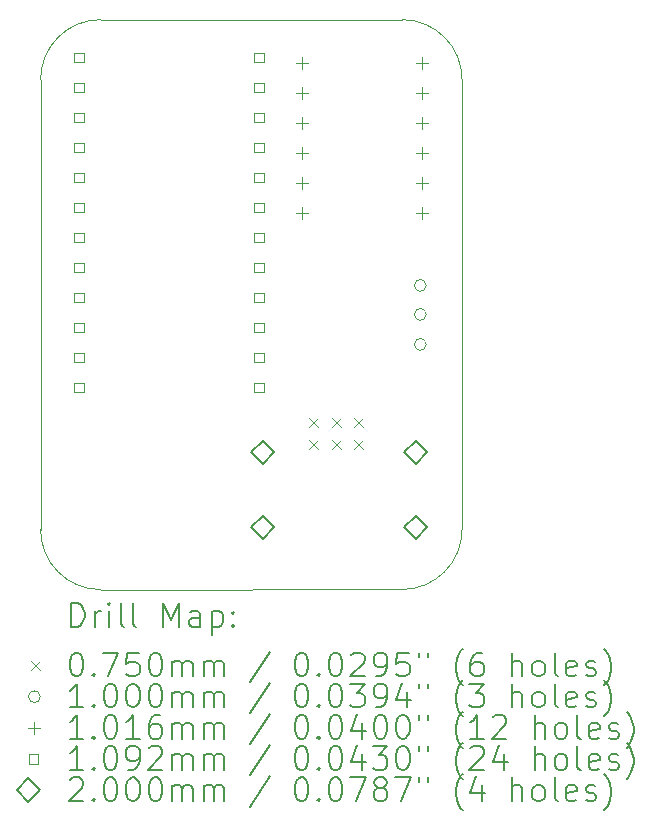
<source format=gbr>
%TF.GenerationSoftware,KiCad,Pcbnew,8.0.3*%
%TF.CreationDate,2024-07-16T22:13:33-05:00*%
%TF.ProjectId,3.3v Pro Micro Wii Connector,332e3376-2050-4726-9f20-4d6963726f20,rev?*%
%TF.SameCoordinates,Original*%
%TF.FileFunction,Drillmap*%
%TF.FilePolarity,Positive*%
%FSLAX45Y45*%
G04 Gerber Fmt 4.5, Leading zero omitted, Abs format (unit mm)*
G04 Created by KiCad (PCBNEW 8.0.3) date 2024-07-16 22:13:33*
%MOMM*%
%LPD*%
G01*
G04 APERTURE LIST*
%ADD10C,0.050000*%
%ADD11C,0.200000*%
%ADD12C,0.100000*%
%ADD13C,0.101600*%
%ADD14C,0.109220*%
G04 APERTURE END LIST*
D10*
X18862790Y-12672790D02*
X16310000Y-12674000D01*
X18862790Y-7848000D02*
X16310000Y-7848000D01*
X15802000Y-8356000D02*
G75*
G02*
X16310000Y-7848000I508000J0D01*
G01*
X19370790Y-12164790D02*
G75*
G02*
X18862790Y-12672790I-508000J0D01*
G01*
X16310000Y-12674000D02*
G75*
G02*
X15802000Y-12166000I0J508000D01*
G01*
X15802000Y-8356000D02*
X15802000Y-12166000D01*
X18862790Y-7848000D02*
G75*
G02*
X19370790Y-8356000I0J-508000D01*
G01*
X19370790Y-8356000D02*
X19370790Y-12164790D01*
D11*
D12*
X18075900Y-11221000D02*
X18150900Y-11296000D01*
X18150900Y-11221000D02*
X18075900Y-11296000D01*
X18075900Y-11411500D02*
X18150900Y-11486500D01*
X18150900Y-11411500D02*
X18075900Y-11486500D01*
X18266400Y-11221000D02*
X18341400Y-11296000D01*
X18341400Y-11221000D02*
X18266400Y-11296000D01*
X18266400Y-11411500D02*
X18341400Y-11486500D01*
X18341400Y-11411500D02*
X18266400Y-11486500D01*
X18456900Y-11221000D02*
X18531900Y-11296000D01*
X18531900Y-11221000D02*
X18456900Y-11296000D01*
X18456900Y-11411500D02*
X18531900Y-11486500D01*
X18531900Y-11411500D02*
X18456900Y-11486500D01*
X19067000Y-10099000D02*
G75*
G02*
X18967000Y-10099000I-50000J0D01*
G01*
X18967000Y-10099000D02*
G75*
G02*
X19067000Y-10099000I50000J0D01*
G01*
X19067000Y-10344000D02*
G75*
G02*
X18967000Y-10344000I-50000J0D01*
G01*
X18967000Y-10344000D02*
G75*
G02*
X19067000Y-10344000I50000J0D01*
G01*
X19067000Y-10598000D02*
G75*
G02*
X18967000Y-10598000I-50000J0D01*
G01*
X18967000Y-10598000D02*
G75*
G02*
X19067000Y-10598000I50000J0D01*
G01*
D13*
X18019000Y-8163200D02*
X18019000Y-8264800D01*
X17968200Y-8214000D02*
X18069800Y-8214000D01*
X18019000Y-8417200D02*
X18019000Y-8518800D01*
X17968200Y-8468000D02*
X18069800Y-8468000D01*
X18019000Y-8671200D02*
X18019000Y-8772800D01*
X17968200Y-8722000D02*
X18069800Y-8722000D01*
X18019000Y-8925200D02*
X18019000Y-9026800D01*
X17968200Y-8976000D02*
X18069800Y-8976000D01*
X18019000Y-9179200D02*
X18019000Y-9280800D01*
X17968200Y-9230000D02*
X18069800Y-9230000D01*
X18019000Y-9433200D02*
X18019000Y-9534800D01*
X17968200Y-9484000D02*
X18069800Y-9484000D01*
X19035000Y-8163200D02*
X19035000Y-8264800D01*
X18984200Y-8214000D02*
X19085800Y-8214000D01*
X19035000Y-8417200D02*
X19035000Y-8518800D01*
X18984200Y-8468000D02*
X19085800Y-8468000D01*
X19035000Y-8671200D02*
X19035000Y-8772800D01*
X18984200Y-8722000D02*
X19085800Y-8722000D01*
X19035000Y-8925200D02*
X19035000Y-9026800D01*
X18984200Y-8976000D02*
X19085800Y-8976000D01*
X19035000Y-9179200D02*
X19035000Y-9280800D01*
X18984200Y-9230000D02*
X19085800Y-9230000D01*
X19035000Y-9433200D02*
X19035000Y-9534800D01*
X18984200Y-9484000D02*
X19085800Y-9484000D01*
D14*
X16165615Y-8208615D02*
X16165615Y-8131384D01*
X16088384Y-8131384D01*
X16088384Y-8208615D01*
X16165615Y-8208615D01*
X16165615Y-8462616D02*
X16165615Y-8385384D01*
X16088384Y-8385384D01*
X16088384Y-8462616D01*
X16165615Y-8462616D01*
X16165615Y-8716616D02*
X16165615Y-8639385D01*
X16088384Y-8639385D01*
X16088384Y-8716616D01*
X16165615Y-8716616D01*
X16165615Y-8970616D02*
X16165615Y-8893385D01*
X16088384Y-8893385D01*
X16088384Y-8970616D01*
X16165615Y-8970616D01*
X16165615Y-9224616D02*
X16165615Y-9147385D01*
X16088384Y-9147385D01*
X16088384Y-9224616D01*
X16165615Y-9224616D01*
X16165615Y-9478616D02*
X16165615Y-9401385D01*
X16088384Y-9401385D01*
X16088384Y-9478616D01*
X16165615Y-9478616D01*
X16165615Y-9732616D02*
X16165615Y-9655385D01*
X16088384Y-9655385D01*
X16088384Y-9732616D01*
X16165615Y-9732616D01*
X16165615Y-9986616D02*
X16165615Y-9909385D01*
X16088384Y-9909385D01*
X16088384Y-9986616D01*
X16165615Y-9986616D01*
X16165615Y-10240616D02*
X16165615Y-10163385D01*
X16088384Y-10163385D01*
X16088384Y-10240616D01*
X16165615Y-10240616D01*
X16165615Y-10494616D02*
X16165615Y-10417385D01*
X16088384Y-10417385D01*
X16088384Y-10494616D01*
X16165615Y-10494616D01*
X16165615Y-10748616D02*
X16165615Y-10671385D01*
X16088384Y-10671385D01*
X16088384Y-10748616D01*
X16165615Y-10748616D01*
X16165615Y-11002616D02*
X16165615Y-10925385D01*
X16088384Y-10925385D01*
X16088384Y-11002616D01*
X16165615Y-11002616D01*
X17689616Y-8208615D02*
X17689616Y-8131384D01*
X17612385Y-8131384D01*
X17612385Y-8208615D01*
X17689616Y-8208615D01*
X17689616Y-8462616D02*
X17689616Y-8385384D01*
X17612385Y-8385384D01*
X17612385Y-8462616D01*
X17689616Y-8462616D01*
X17689616Y-8716616D02*
X17689616Y-8639385D01*
X17612385Y-8639385D01*
X17612385Y-8716616D01*
X17689616Y-8716616D01*
X17689616Y-8970616D02*
X17689616Y-8893385D01*
X17612385Y-8893385D01*
X17612385Y-8970616D01*
X17689616Y-8970616D01*
X17689616Y-9224616D02*
X17689616Y-9147385D01*
X17612385Y-9147385D01*
X17612385Y-9224616D01*
X17689616Y-9224616D01*
X17689616Y-9478616D02*
X17689616Y-9401385D01*
X17612385Y-9401385D01*
X17612385Y-9478616D01*
X17689616Y-9478616D01*
X17689616Y-9732616D02*
X17689616Y-9655385D01*
X17612385Y-9655385D01*
X17612385Y-9732616D01*
X17689616Y-9732616D01*
X17689616Y-9986616D02*
X17689616Y-9909385D01*
X17612385Y-9909385D01*
X17612385Y-9986616D01*
X17689616Y-9986616D01*
X17689616Y-10240616D02*
X17689616Y-10163385D01*
X17612385Y-10163385D01*
X17612385Y-10240616D01*
X17689616Y-10240616D01*
X17689616Y-10494616D02*
X17689616Y-10417385D01*
X17612385Y-10417385D01*
X17612385Y-10494616D01*
X17689616Y-10494616D01*
X17689616Y-10748616D02*
X17689616Y-10671385D01*
X17612385Y-10671385D01*
X17612385Y-10748616D01*
X17689616Y-10748616D01*
X17689616Y-11002616D02*
X17689616Y-10925385D01*
X17612385Y-10925385D01*
X17612385Y-11002616D01*
X17689616Y-11002616D01*
D11*
X17681600Y-11612500D02*
X17781600Y-11512500D01*
X17681600Y-11412500D01*
X17581600Y-11512500D01*
X17681600Y-11612500D01*
X17681600Y-12247500D02*
X17781600Y-12147500D01*
X17681600Y-12047500D01*
X17581600Y-12147500D01*
X17681600Y-12247500D01*
X18977000Y-11612500D02*
X19077000Y-11512500D01*
X18977000Y-11412500D01*
X18877000Y-11512500D01*
X18977000Y-11612500D01*
X18977000Y-12247500D02*
X19077000Y-12147500D01*
X18977000Y-12047500D01*
X18877000Y-12147500D01*
X18977000Y-12247500D01*
X16060277Y-12987984D02*
X16060277Y-12787984D01*
X16060277Y-12787984D02*
X16107896Y-12787984D01*
X16107896Y-12787984D02*
X16136467Y-12797508D01*
X16136467Y-12797508D02*
X16155515Y-12816555D01*
X16155515Y-12816555D02*
X16165039Y-12835603D01*
X16165039Y-12835603D02*
X16174562Y-12873698D01*
X16174562Y-12873698D02*
X16174562Y-12902269D01*
X16174562Y-12902269D02*
X16165039Y-12940365D01*
X16165039Y-12940365D02*
X16155515Y-12959412D01*
X16155515Y-12959412D02*
X16136467Y-12978460D01*
X16136467Y-12978460D02*
X16107896Y-12987984D01*
X16107896Y-12987984D02*
X16060277Y-12987984D01*
X16260277Y-12987984D02*
X16260277Y-12854650D01*
X16260277Y-12892746D02*
X16269801Y-12873698D01*
X16269801Y-12873698D02*
X16279324Y-12864174D01*
X16279324Y-12864174D02*
X16298372Y-12854650D01*
X16298372Y-12854650D02*
X16317420Y-12854650D01*
X16384086Y-12987984D02*
X16384086Y-12854650D01*
X16384086Y-12787984D02*
X16374562Y-12797508D01*
X16374562Y-12797508D02*
X16384086Y-12807031D01*
X16384086Y-12807031D02*
X16393610Y-12797508D01*
X16393610Y-12797508D02*
X16384086Y-12787984D01*
X16384086Y-12787984D02*
X16384086Y-12807031D01*
X16507896Y-12987984D02*
X16488848Y-12978460D01*
X16488848Y-12978460D02*
X16479324Y-12959412D01*
X16479324Y-12959412D02*
X16479324Y-12787984D01*
X16612658Y-12987984D02*
X16593610Y-12978460D01*
X16593610Y-12978460D02*
X16584086Y-12959412D01*
X16584086Y-12959412D02*
X16584086Y-12787984D01*
X16841229Y-12987984D02*
X16841229Y-12787984D01*
X16841229Y-12787984D02*
X16907896Y-12930841D01*
X16907896Y-12930841D02*
X16974563Y-12787984D01*
X16974563Y-12787984D02*
X16974563Y-12987984D01*
X17155515Y-12987984D02*
X17155515Y-12883222D01*
X17155515Y-12883222D02*
X17145991Y-12864174D01*
X17145991Y-12864174D02*
X17126944Y-12854650D01*
X17126944Y-12854650D02*
X17088848Y-12854650D01*
X17088848Y-12854650D02*
X17069801Y-12864174D01*
X17155515Y-12978460D02*
X17136467Y-12987984D01*
X17136467Y-12987984D02*
X17088848Y-12987984D01*
X17088848Y-12987984D02*
X17069801Y-12978460D01*
X17069801Y-12978460D02*
X17060277Y-12959412D01*
X17060277Y-12959412D02*
X17060277Y-12940365D01*
X17060277Y-12940365D02*
X17069801Y-12921317D01*
X17069801Y-12921317D02*
X17088848Y-12911793D01*
X17088848Y-12911793D02*
X17136467Y-12911793D01*
X17136467Y-12911793D02*
X17155515Y-12902269D01*
X17250753Y-12854650D02*
X17250753Y-13054650D01*
X17250753Y-12864174D02*
X17269801Y-12854650D01*
X17269801Y-12854650D02*
X17307896Y-12854650D01*
X17307896Y-12854650D02*
X17326944Y-12864174D01*
X17326944Y-12864174D02*
X17336467Y-12873698D01*
X17336467Y-12873698D02*
X17345991Y-12892746D01*
X17345991Y-12892746D02*
X17345991Y-12949888D01*
X17345991Y-12949888D02*
X17336467Y-12968936D01*
X17336467Y-12968936D02*
X17326944Y-12978460D01*
X17326944Y-12978460D02*
X17307896Y-12987984D01*
X17307896Y-12987984D02*
X17269801Y-12987984D01*
X17269801Y-12987984D02*
X17250753Y-12978460D01*
X17431705Y-12968936D02*
X17441229Y-12978460D01*
X17441229Y-12978460D02*
X17431705Y-12987984D01*
X17431705Y-12987984D02*
X17422182Y-12978460D01*
X17422182Y-12978460D02*
X17431705Y-12968936D01*
X17431705Y-12968936D02*
X17431705Y-12987984D01*
X17431705Y-12864174D02*
X17441229Y-12873698D01*
X17441229Y-12873698D02*
X17431705Y-12883222D01*
X17431705Y-12883222D02*
X17422182Y-12873698D01*
X17422182Y-12873698D02*
X17431705Y-12864174D01*
X17431705Y-12864174D02*
X17431705Y-12883222D01*
D12*
X15724500Y-13279000D02*
X15799500Y-13354000D01*
X15799500Y-13279000D02*
X15724500Y-13354000D01*
D11*
X16098372Y-13207984D02*
X16117420Y-13207984D01*
X16117420Y-13207984D02*
X16136467Y-13217508D01*
X16136467Y-13217508D02*
X16145991Y-13227031D01*
X16145991Y-13227031D02*
X16155515Y-13246079D01*
X16155515Y-13246079D02*
X16165039Y-13284174D01*
X16165039Y-13284174D02*
X16165039Y-13331793D01*
X16165039Y-13331793D02*
X16155515Y-13369888D01*
X16155515Y-13369888D02*
X16145991Y-13388936D01*
X16145991Y-13388936D02*
X16136467Y-13398460D01*
X16136467Y-13398460D02*
X16117420Y-13407984D01*
X16117420Y-13407984D02*
X16098372Y-13407984D01*
X16098372Y-13407984D02*
X16079324Y-13398460D01*
X16079324Y-13398460D02*
X16069801Y-13388936D01*
X16069801Y-13388936D02*
X16060277Y-13369888D01*
X16060277Y-13369888D02*
X16050753Y-13331793D01*
X16050753Y-13331793D02*
X16050753Y-13284174D01*
X16050753Y-13284174D02*
X16060277Y-13246079D01*
X16060277Y-13246079D02*
X16069801Y-13227031D01*
X16069801Y-13227031D02*
X16079324Y-13217508D01*
X16079324Y-13217508D02*
X16098372Y-13207984D01*
X16250753Y-13388936D02*
X16260277Y-13398460D01*
X16260277Y-13398460D02*
X16250753Y-13407984D01*
X16250753Y-13407984D02*
X16241229Y-13398460D01*
X16241229Y-13398460D02*
X16250753Y-13388936D01*
X16250753Y-13388936D02*
X16250753Y-13407984D01*
X16326943Y-13207984D02*
X16460277Y-13207984D01*
X16460277Y-13207984D02*
X16374562Y-13407984D01*
X16631705Y-13207984D02*
X16536467Y-13207984D01*
X16536467Y-13207984D02*
X16526943Y-13303222D01*
X16526943Y-13303222D02*
X16536467Y-13293698D01*
X16536467Y-13293698D02*
X16555515Y-13284174D01*
X16555515Y-13284174D02*
X16603134Y-13284174D01*
X16603134Y-13284174D02*
X16622182Y-13293698D01*
X16622182Y-13293698D02*
X16631705Y-13303222D01*
X16631705Y-13303222D02*
X16641229Y-13322269D01*
X16641229Y-13322269D02*
X16641229Y-13369888D01*
X16641229Y-13369888D02*
X16631705Y-13388936D01*
X16631705Y-13388936D02*
X16622182Y-13398460D01*
X16622182Y-13398460D02*
X16603134Y-13407984D01*
X16603134Y-13407984D02*
X16555515Y-13407984D01*
X16555515Y-13407984D02*
X16536467Y-13398460D01*
X16536467Y-13398460D02*
X16526943Y-13388936D01*
X16765039Y-13207984D02*
X16784086Y-13207984D01*
X16784086Y-13207984D02*
X16803134Y-13217508D01*
X16803134Y-13217508D02*
X16812658Y-13227031D01*
X16812658Y-13227031D02*
X16822182Y-13246079D01*
X16822182Y-13246079D02*
X16831705Y-13284174D01*
X16831705Y-13284174D02*
X16831705Y-13331793D01*
X16831705Y-13331793D02*
X16822182Y-13369888D01*
X16822182Y-13369888D02*
X16812658Y-13388936D01*
X16812658Y-13388936D02*
X16803134Y-13398460D01*
X16803134Y-13398460D02*
X16784086Y-13407984D01*
X16784086Y-13407984D02*
X16765039Y-13407984D01*
X16765039Y-13407984D02*
X16745991Y-13398460D01*
X16745991Y-13398460D02*
X16736467Y-13388936D01*
X16736467Y-13388936D02*
X16726943Y-13369888D01*
X16726943Y-13369888D02*
X16717420Y-13331793D01*
X16717420Y-13331793D02*
X16717420Y-13284174D01*
X16717420Y-13284174D02*
X16726943Y-13246079D01*
X16726943Y-13246079D02*
X16736467Y-13227031D01*
X16736467Y-13227031D02*
X16745991Y-13217508D01*
X16745991Y-13217508D02*
X16765039Y-13207984D01*
X16917420Y-13407984D02*
X16917420Y-13274650D01*
X16917420Y-13293698D02*
X16926944Y-13284174D01*
X16926944Y-13284174D02*
X16945991Y-13274650D01*
X16945991Y-13274650D02*
X16974563Y-13274650D01*
X16974563Y-13274650D02*
X16993610Y-13284174D01*
X16993610Y-13284174D02*
X17003134Y-13303222D01*
X17003134Y-13303222D02*
X17003134Y-13407984D01*
X17003134Y-13303222D02*
X17012658Y-13284174D01*
X17012658Y-13284174D02*
X17031705Y-13274650D01*
X17031705Y-13274650D02*
X17060277Y-13274650D01*
X17060277Y-13274650D02*
X17079325Y-13284174D01*
X17079325Y-13284174D02*
X17088848Y-13303222D01*
X17088848Y-13303222D02*
X17088848Y-13407984D01*
X17184086Y-13407984D02*
X17184086Y-13274650D01*
X17184086Y-13293698D02*
X17193610Y-13284174D01*
X17193610Y-13284174D02*
X17212658Y-13274650D01*
X17212658Y-13274650D02*
X17241229Y-13274650D01*
X17241229Y-13274650D02*
X17260277Y-13284174D01*
X17260277Y-13284174D02*
X17269801Y-13303222D01*
X17269801Y-13303222D02*
X17269801Y-13407984D01*
X17269801Y-13303222D02*
X17279325Y-13284174D01*
X17279325Y-13284174D02*
X17298372Y-13274650D01*
X17298372Y-13274650D02*
X17326944Y-13274650D01*
X17326944Y-13274650D02*
X17345991Y-13284174D01*
X17345991Y-13284174D02*
X17355515Y-13303222D01*
X17355515Y-13303222D02*
X17355515Y-13407984D01*
X17745991Y-13198460D02*
X17574563Y-13455603D01*
X18003134Y-13207984D02*
X18022182Y-13207984D01*
X18022182Y-13207984D02*
X18041229Y-13217508D01*
X18041229Y-13217508D02*
X18050753Y-13227031D01*
X18050753Y-13227031D02*
X18060277Y-13246079D01*
X18060277Y-13246079D02*
X18069801Y-13284174D01*
X18069801Y-13284174D02*
X18069801Y-13331793D01*
X18069801Y-13331793D02*
X18060277Y-13369888D01*
X18060277Y-13369888D02*
X18050753Y-13388936D01*
X18050753Y-13388936D02*
X18041229Y-13398460D01*
X18041229Y-13398460D02*
X18022182Y-13407984D01*
X18022182Y-13407984D02*
X18003134Y-13407984D01*
X18003134Y-13407984D02*
X17984087Y-13398460D01*
X17984087Y-13398460D02*
X17974563Y-13388936D01*
X17974563Y-13388936D02*
X17965039Y-13369888D01*
X17965039Y-13369888D02*
X17955515Y-13331793D01*
X17955515Y-13331793D02*
X17955515Y-13284174D01*
X17955515Y-13284174D02*
X17965039Y-13246079D01*
X17965039Y-13246079D02*
X17974563Y-13227031D01*
X17974563Y-13227031D02*
X17984087Y-13217508D01*
X17984087Y-13217508D02*
X18003134Y-13207984D01*
X18155515Y-13388936D02*
X18165039Y-13398460D01*
X18165039Y-13398460D02*
X18155515Y-13407984D01*
X18155515Y-13407984D02*
X18145991Y-13398460D01*
X18145991Y-13398460D02*
X18155515Y-13388936D01*
X18155515Y-13388936D02*
X18155515Y-13407984D01*
X18288848Y-13207984D02*
X18307896Y-13207984D01*
X18307896Y-13207984D02*
X18326944Y-13217508D01*
X18326944Y-13217508D02*
X18336468Y-13227031D01*
X18336468Y-13227031D02*
X18345991Y-13246079D01*
X18345991Y-13246079D02*
X18355515Y-13284174D01*
X18355515Y-13284174D02*
X18355515Y-13331793D01*
X18355515Y-13331793D02*
X18345991Y-13369888D01*
X18345991Y-13369888D02*
X18336468Y-13388936D01*
X18336468Y-13388936D02*
X18326944Y-13398460D01*
X18326944Y-13398460D02*
X18307896Y-13407984D01*
X18307896Y-13407984D02*
X18288848Y-13407984D01*
X18288848Y-13407984D02*
X18269801Y-13398460D01*
X18269801Y-13398460D02*
X18260277Y-13388936D01*
X18260277Y-13388936D02*
X18250753Y-13369888D01*
X18250753Y-13369888D02*
X18241229Y-13331793D01*
X18241229Y-13331793D02*
X18241229Y-13284174D01*
X18241229Y-13284174D02*
X18250753Y-13246079D01*
X18250753Y-13246079D02*
X18260277Y-13227031D01*
X18260277Y-13227031D02*
X18269801Y-13217508D01*
X18269801Y-13217508D02*
X18288848Y-13207984D01*
X18431706Y-13227031D02*
X18441229Y-13217508D01*
X18441229Y-13217508D02*
X18460277Y-13207984D01*
X18460277Y-13207984D02*
X18507896Y-13207984D01*
X18507896Y-13207984D02*
X18526944Y-13217508D01*
X18526944Y-13217508D02*
X18536468Y-13227031D01*
X18536468Y-13227031D02*
X18545991Y-13246079D01*
X18545991Y-13246079D02*
X18545991Y-13265127D01*
X18545991Y-13265127D02*
X18536468Y-13293698D01*
X18536468Y-13293698D02*
X18422182Y-13407984D01*
X18422182Y-13407984D02*
X18545991Y-13407984D01*
X18641229Y-13407984D02*
X18679325Y-13407984D01*
X18679325Y-13407984D02*
X18698372Y-13398460D01*
X18698372Y-13398460D02*
X18707896Y-13388936D01*
X18707896Y-13388936D02*
X18726944Y-13360365D01*
X18726944Y-13360365D02*
X18736468Y-13322269D01*
X18736468Y-13322269D02*
X18736468Y-13246079D01*
X18736468Y-13246079D02*
X18726944Y-13227031D01*
X18726944Y-13227031D02*
X18717420Y-13217508D01*
X18717420Y-13217508D02*
X18698372Y-13207984D01*
X18698372Y-13207984D02*
X18660277Y-13207984D01*
X18660277Y-13207984D02*
X18641229Y-13217508D01*
X18641229Y-13217508D02*
X18631706Y-13227031D01*
X18631706Y-13227031D02*
X18622182Y-13246079D01*
X18622182Y-13246079D02*
X18622182Y-13293698D01*
X18622182Y-13293698D02*
X18631706Y-13312746D01*
X18631706Y-13312746D02*
X18641229Y-13322269D01*
X18641229Y-13322269D02*
X18660277Y-13331793D01*
X18660277Y-13331793D02*
X18698372Y-13331793D01*
X18698372Y-13331793D02*
X18717420Y-13322269D01*
X18717420Y-13322269D02*
X18726944Y-13312746D01*
X18726944Y-13312746D02*
X18736468Y-13293698D01*
X18917420Y-13207984D02*
X18822182Y-13207984D01*
X18822182Y-13207984D02*
X18812658Y-13303222D01*
X18812658Y-13303222D02*
X18822182Y-13293698D01*
X18822182Y-13293698D02*
X18841229Y-13284174D01*
X18841229Y-13284174D02*
X18888849Y-13284174D01*
X18888849Y-13284174D02*
X18907896Y-13293698D01*
X18907896Y-13293698D02*
X18917420Y-13303222D01*
X18917420Y-13303222D02*
X18926944Y-13322269D01*
X18926944Y-13322269D02*
X18926944Y-13369888D01*
X18926944Y-13369888D02*
X18917420Y-13388936D01*
X18917420Y-13388936D02*
X18907896Y-13398460D01*
X18907896Y-13398460D02*
X18888849Y-13407984D01*
X18888849Y-13407984D02*
X18841229Y-13407984D01*
X18841229Y-13407984D02*
X18822182Y-13398460D01*
X18822182Y-13398460D02*
X18812658Y-13388936D01*
X19003134Y-13207984D02*
X19003134Y-13246079D01*
X19079325Y-13207984D02*
X19079325Y-13246079D01*
X19374563Y-13484174D02*
X19365039Y-13474650D01*
X19365039Y-13474650D02*
X19345991Y-13446079D01*
X19345991Y-13446079D02*
X19336468Y-13427031D01*
X19336468Y-13427031D02*
X19326944Y-13398460D01*
X19326944Y-13398460D02*
X19317420Y-13350841D01*
X19317420Y-13350841D02*
X19317420Y-13312746D01*
X19317420Y-13312746D02*
X19326944Y-13265127D01*
X19326944Y-13265127D02*
X19336468Y-13236555D01*
X19336468Y-13236555D02*
X19345991Y-13217508D01*
X19345991Y-13217508D02*
X19365039Y-13188936D01*
X19365039Y-13188936D02*
X19374563Y-13179412D01*
X19536468Y-13207984D02*
X19498372Y-13207984D01*
X19498372Y-13207984D02*
X19479325Y-13217508D01*
X19479325Y-13217508D02*
X19469801Y-13227031D01*
X19469801Y-13227031D02*
X19450753Y-13255603D01*
X19450753Y-13255603D02*
X19441230Y-13293698D01*
X19441230Y-13293698D02*
X19441230Y-13369888D01*
X19441230Y-13369888D02*
X19450753Y-13388936D01*
X19450753Y-13388936D02*
X19460277Y-13398460D01*
X19460277Y-13398460D02*
X19479325Y-13407984D01*
X19479325Y-13407984D02*
X19517420Y-13407984D01*
X19517420Y-13407984D02*
X19536468Y-13398460D01*
X19536468Y-13398460D02*
X19545991Y-13388936D01*
X19545991Y-13388936D02*
X19555515Y-13369888D01*
X19555515Y-13369888D02*
X19555515Y-13322269D01*
X19555515Y-13322269D02*
X19545991Y-13303222D01*
X19545991Y-13303222D02*
X19536468Y-13293698D01*
X19536468Y-13293698D02*
X19517420Y-13284174D01*
X19517420Y-13284174D02*
X19479325Y-13284174D01*
X19479325Y-13284174D02*
X19460277Y-13293698D01*
X19460277Y-13293698D02*
X19450753Y-13303222D01*
X19450753Y-13303222D02*
X19441230Y-13322269D01*
X19793611Y-13407984D02*
X19793611Y-13207984D01*
X19879325Y-13407984D02*
X19879325Y-13303222D01*
X19879325Y-13303222D02*
X19869801Y-13284174D01*
X19869801Y-13284174D02*
X19850753Y-13274650D01*
X19850753Y-13274650D02*
X19822182Y-13274650D01*
X19822182Y-13274650D02*
X19803134Y-13284174D01*
X19803134Y-13284174D02*
X19793611Y-13293698D01*
X20003134Y-13407984D02*
X19984087Y-13398460D01*
X19984087Y-13398460D02*
X19974563Y-13388936D01*
X19974563Y-13388936D02*
X19965039Y-13369888D01*
X19965039Y-13369888D02*
X19965039Y-13312746D01*
X19965039Y-13312746D02*
X19974563Y-13293698D01*
X19974563Y-13293698D02*
X19984087Y-13284174D01*
X19984087Y-13284174D02*
X20003134Y-13274650D01*
X20003134Y-13274650D02*
X20031706Y-13274650D01*
X20031706Y-13274650D02*
X20050753Y-13284174D01*
X20050753Y-13284174D02*
X20060277Y-13293698D01*
X20060277Y-13293698D02*
X20069801Y-13312746D01*
X20069801Y-13312746D02*
X20069801Y-13369888D01*
X20069801Y-13369888D02*
X20060277Y-13388936D01*
X20060277Y-13388936D02*
X20050753Y-13398460D01*
X20050753Y-13398460D02*
X20031706Y-13407984D01*
X20031706Y-13407984D02*
X20003134Y-13407984D01*
X20184087Y-13407984D02*
X20165039Y-13398460D01*
X20165039Y-13398460D02*
X20155515Y-13379412D01*
X20155515Y-13379412D02*
X20155515Y-13207984D01*
X20336468Y-13398460D02*
X20317420Y-13407984D01*
X20317420Y-13407984D02*
X20279325Y-13407984D01*
X20279325Y-13407984D02*
X20260277Y-13398460D01*
X20260277Y-13398460D02*
X20250753Y-13379412D01*
X20250753Y-13379412D02*
X20250753Y-13303222D01*
X20250753Y-13303222D02*
X20260277Y-13284174D01*
X20260277Y-13284174D02*
X20279325Y-13274650D01*
X20279325Y-13274650D02*
X20317420Y-13274650D01*
X20317420Y-13274650D02*
X20336468Y-13284174D01*
X20336468Y-13284174D02*
X20345992Y-13303222D01*
X20345992Y-13303222D02*
X20345992Y-13322269D01*
X20345992Y-13322269D02*
X20250753Y-13341317D01*
X20422182Y-13398460D02*
X20441230Y-13407984D01*
X20441230Y-13407984D02*
X20479325Y-13407984D01*
X20479325Y-13407984D02*
X20498373Y-13398460D01*
X20498373Y-13398460D02*
X20507896Y-13379412D01*
X20507896Y-13379412D02*
X20507896Y-13369888D01*
X20507896Y-13369888D02*
X20498373Y-13350841D01*
X20498373Y-13350841D02*
X20479325Y-13341317D01*
X20479325Y-13341317D02*
X20450753Y-13341317D01*
X20450753Y-13341317D02*
X20431706Y-13331793D01*
X20431706Y-13331793D02*
X20422182Y-13312746D01*
X20422182Y-13312746D02*
X20422182Y-13303222D01*
X20422182Y-13303222D02*
X20431706Y-13284174D01*
X20431706Y-13284174D02*
X20450753Y-13274650D01*
X20450753Y-13274650D02*
X20479325Y-13274650D01*
X20479325Y-13274650D02*
X20498373Y-13284174D01*
X20574563Y-13484174D02*
X20584087Y-13474650D01*
X20584087Y-13474650D02*
X20603134Y-13446079D01*
X20603134Y-13446079D02*
X20612658Y-13427031D01*
X20612658Y-13427031D02*
X20622182Y-13398460D01*
X20622182Y-13398460D02*
X20631706Y-13350841D01*
X20631706Y-13350841D02*
X20631706Y-13312746D01*
X20631706Y-13312746D02*
X20622182Y-13265127D01*
X20622182Y-13265127D02*
X20612658Y-13236555D01*
X20612658Y-13236555D02*
X20603134Y-13217508D01*
X20603134Y-13217508D02*
X20584087Y-13188936D01*
X20584087Y-13188936D02*
X20574563Y-13179412D01*
D12*
X15799500Y-13580500D02*
G75*
G02*
X15699500Y-13580500I-50000J0D01*
G01*
X15699500Y-13580500D02*
G75*
G02*
X15799500Y-13580500I50000J0D01*
G01*
D11*
X16165039Y-13671984D02*
X16050753Y-13671984D01*
X16107896Y-13671984D02*
X16107896Y-13471984D01*
X16107896Y-13471984D02*
X16088848Y-13500555D01*
X16088848Y-13500555D02*
X16069801Y-13519603D01*
X16069801Y-13519603D02*
X16050753Y-13529127D01*
X16250753Y-13652936D02*
X16260277Y-13662460D01*
X16260277Y-13662460D02*
X16250753Y-13671984D01*
X16250753Y-13671984D02*
X16241229Y-13662460D01*
X16241229Y-13662460D02*
X16250753Y-13652936D01*
X16250753Y-13652936D02*
X16250753Y-13671984D01*
X16384086Y-13471984D02*
X16403134Y-13471984D01*
X16403134Y-13471984D02*
X16422182Y-13481508D01*
X16422182Y-13481508D02*
X16431705Y-13491031D01*
X16431705Y-13491031D02*
X16441229Y-13510079D01*
X16441229Y-13510079D02*
X16450753Y-13548174D01*
X16450753Y-13548174D02*
X16450753Y-13595793D01*
X16450753Y-13595793D02*
X16441229Y-13633888D01*
X16441229Y-13633888D02*
X16431705Y-13652936D01*
X16431705Y-13652936D02*
X16422182Y-13662460D01*
X16422182Y-13662460D02*
X16403134Y-13671984D01*
X16403134Y-13671984D02*
X16384086Y-13671984D01*
X16384086Y-13671984D02*
X16365039Y-13662460D01*
X16365039Y-13662460D02*
X16355515Y-13652936D01*
X16355515Y-13652936D02*
X16345991Y-13633888D01*
X16345991Y-13633888D02*
X16336467Y-13595793D01*
X16336467Y-13595793D02*
X16336467Y-13548174D01*
X16336467Y-13548174D02*
X16345991Y-13510079D01*
X16345991Y-13510079D02*
X16355515Y-13491031D01*
X16355515Y-13491031D02*
X16365039Y-13481508D01*
X16365039Y-13481508D02*
X16384086Y-13471984D01*
X16574562Y-13471984D02*
X16593610Y-13471984D01*
X16593610Y-13471984D02*
X16612658Y-13481508D01*
X16612658Y-13481508D02*
X16622182Y-13491031D01*
X16622182Y-13491031D02*
X16631705Y-13510079D01*
X16631705Y-13510079D02*
X16641229Y-13548174D01*
X16641229Y-13548174D02*
X16641229Y-13595793D01*
X16641229Y-13595793D02*
X16631705Y-13633888D01*
X16631705Y-13633888D02*
X16622182Y-13652936D01*
X16622182Y-13652936D02*
X16612658Y-13662460D01*
X16612658Y-13662460D02*
X16593610Y-13671984D01*
X16593610Y-13671984D02*
X16574562Y-13671984D01*
X16574562Y-13671984D02*
X16555515Y-13662460D01*
X16555515Y-13662460D02*
X16545991Y-13652936D01*
X16545991Y-13652936D02*
X16536467Y-13633888D01*
X16536467Y-13633888D02*
X16526943Y-13595793D01*
X16526943Y-13595793D02*
X16526943Y-13548174D01*
X16526943Y-13548174D02*
X16536467Y-13510079D01*
X16536467Y-13510079D02*
X16545991Y-13491031D01*
X16545991Y-13491031D02*
X16555515Y-13481508D01*
X16555515Y-13481508D02*
X16574562Y-13471984D01*
X16765039Y-13471984D02*
X16784086Y-13471984D01*
X16784086Y-13471984D02*
X16803134Y-13481508D01*
X16803134Y-13481508D02*
X16812658Y-13491031D01*
X16812658Y-13491031D02*
X16822182Y-13510079D01*
X16822182Y-13510079D02*
X16831705Y-13548174D01*
X16831705Y-13548174D02*
X16831705Y-13595793D01*
X16831705Y-13595793D02*
X16822182Y-13633888D01*
X16822182Y-13633888D02*
X16812658Y-13652936D01*
X16812658Y-13652936D02*
X16803134Y-13662460D01*
X16803134Y-13662460D02*
X16784086Y-13671984D01*
X16784086Y-13671984D02*
X16765039Y-13671984D01*
X16765039Y-13671984D02*
X16745991Y-13662460D01*
X16745991Y-13662460D02*
X16736467Y-13652936D01*
X16736467Y-13652936D02*
X16726943Y-13633888D01*
X16726943Y-13633888D02*
X16717420Y-13595793D01*
X16717420Y-13595793D02*
X16717420Y-13548174D01*
X16717420Y-13548174D02*
X16726943Y-13510079D01*
X16726943Y-13510079D02*
X16736467Y-13491031D01*
X16736467Y-13491031D02*
X16745991Y-13481508D01*
X16745991Y-13481508D02*
X16765039Y-13471984D01*
X16917420Y-13671984D02*
X16917420Y-13538650D01*
X16917420Y-13557698D02*
X16926944Y-13548174D01*
X16926944Y-13548174D02*
X16945991Y-13538650D01*
X16945991Y-13538650D02*
X16974563Y-13538650D01*
X16974563Y-13538650D02*
X16993610Y-13548174D01*
X16993610Y-13548174D02*
X17003134Y-13567222D01*
X17003134Y-13567222D02*
X17003134Y-13671984D01*
X17003134Y-13567222D02*
X17012658Y-13548174D01*
X17012658Y-13548174D02*
X17031705Y-13538650D01*
X17031705Y-13538650D02*
X17060277Y-13538650D01*
X17060277Y-13538650D02*
X17079325Y-13548174D01*
X17079325Y-13548174D02*
X17088848Y-13567222D01*
X17088848Y-13567222D02*
X17088848Y-13671984D01*
X17184086Y-13671984D02*
X17184086Y-13538650D01*
X17184086Y-13557698D02*
X17193610Y-13548174D01*
X17193610Y-13548174D02*
X17212658Y-13538650D01*
X17212658Y-13538650D02*
X17241229Y-13538650D01*
X17241229Y-13538650D02*
X17260277Y-13548174D01*
X17260277Y-13548174D02*
X17269801Y-13567222D01*
X17269801Y-13567222D02*
X17269801Y-13671984D01*
X17269801Y-13567222D02*
X17279325Y-13548174D01*
X17279325Y-13548174D02*
X17298372Y-13538650D01*
X17298372Y-13538650D02*
X17326944Y-13538650D01*
X17326944Y-13538650D02*
X17345991Y-13548174D01*
X17345991Y-13548174D02*
X17355515Y-13567222D01*
X17355515Y-13567222D02*
X17355515Y-13671984D01*
X17745991Y-13462460D02*
X17574563Y-13719603D01*
X18003134Y-13471984D02*
X18022182Y-13471984D01*
X18022182Y-13471984D02*
X18041229Y-13481508D01*
X18041229Y-13481508D02*
X18050753Y-13491031D01*
X18050753Y-13491031D02*
X18060277Y-13510079D01*
X18060277Y-13510079D02*
X18069801Y-13548174D01*
X18069801Y-13548174D02*
X18069801Y-13595793D01*
X18069801Y-13595793D02*
X18060277Y-13633888D01*
X18060277Y-13633888D02*
X18050753Y-13652936D01*
X18050753Y-13652936D02*
X18041229Y-13662460D01*
X18041229Y-13662460D02*
X18022182Y-13671984D01*
X18022182Y-13671984D02*
X18003134Y-13671984D01*
X18003134Y-13671984D02*
X17984087Y-13662460D01*
X17984087Y-13662460D02*
X17974563Y-13652936D01*
X17974563Y-13652936D02*
X17965039Y-13633888D01*
X17965039Y-13633888D02*
X17955515Y-13595793D01*
X17955515Y-13595793D02*
X17955515Y-13548174D01*
X17955515Y-13548174D02*
X17965039Y-13510079D01*
X17965039Y-13510079D02*
X17974563Y-13491031D01*
X17974563Y-13491031D02*
X17984087Y-13481508D01*
X17984087Y-13481508D02*
X18003134Y-13471984D01*
X18155515Y-13652936D02*
X18165039Y-13662460D01*
X18165039Y-13662460D02*
X18155515Y-13671984D01*
X18155515Y-13671984D02*
X18145991Y-13662460D01*
X18145991Y-13662460D02*
X18155515Y-13652936D01*
X18155515Y-13652936D02*
X18155515Y-13671984D01*
X18288848Y-13471984D02*
X18307896Y-13471984D01*
X18307896Y-13471984D02*
X18326944Y-13481508D01*
X18326944Y-13481508D02*
X18336468Y-13491031D01*
X18336468Y-13491031D02*
X18345991Y-13510079D01*
X18345991Y-13510079D02*
X18355515Y-13548174D01*
X18355515Y-13548174D02*
X18355515Y-13595793D01*
X18355515Y-13595793D02*
X18345991Y-13633888D01*
X18345991Y-13633888D02*
X18336468Y-13652936D01*
X18336468Y-13652936D02*
X18326944Y-13662460D01*
X18326944Y-13662460D02*
X18307896Y-13671984D01*
X18307896Y-13671984D02*
X18288848Y-13671984D01*
X18288848Y-13671984D02*
X18269801Y-13662460D01*
X18269801Y-13662460D02*
X18260277Y-13652936D01*
X18260277Y-13652936D02*
X18250753Y-13633888D01*
X18250753Y-13633888D02*
X18241229Y-13595793D01*
X18241229Y-13595793D02*
X18241229Y-13548174D01*
X18241229Y-13548174D02*
X18250753Y-13510079D01*
X18250753Y-13510079D02*
X18260277Y-13491031D01*
X18260277Y-13491031D02*
X18269801Y-13481508D01*
X18269801Y-13481508D02*
X18288848Y-13471984D01*
X18422182Y-13471984D02*
X18545991Y-13471984D01*
X18545991Y-13471984D02*
X18479325Y-13548174D01*
X18479325Y-13548174D02*
X18507896Y-13548174D01*
X18507896Y-13548174D02*
X18526944Y-13557698D01*
X18526944Y-13557698D02*
X18536468Y-13567222D01*
X18536468Y-13567222D02*
X18545991Y-13586269D01*
X18545991Y-13586269D02*
X18545991Y-13633888D01*
X18545991Y-13633888D02*
X18536468Y-13652936D01*
X18536468Y-13652936D02*
X18526944Y-13662460D01*
X18526944Y-13662460D02*
X18507896Y-13671984D01*
X18507896Y-13671984D02*
X18450753Y-13671984D01*
X18450753Y-13671984D02*
X18431706Y-13662460D01*
X18431706Y-13662460D02*
X18422182Y-13652936D01*
X18641229Y-13671984D02*
X18679325Y-13671984D01*
X18679325Y-13671984D02*
X18698372Y-13662460D01*
X18698372Y-13662460D02*
X18707896Y-13652936D01*
X18707896Y-13652936D02*
X18726944Y-13624365D01*
X18726944Y-13624365D02*
X18736468Y-13586269D01*
X18736468Y-13586269D02*
X18736468Y-13510079D01*
X18736468Y-13510079D02*
X18726944Y-13491031D01*
X18726944Y-13491031D02*
X18717420Y-13481508D01*
X18717420Y-13481508D02*
X18698372Y-13471984D01*
X18698372Y-13471984D02*
X18660277Y-13471984D01*
X18660277Y-13471984D02*
X18641229Y-13481508D01*
X18641229Y-13481508D02*
X18631706Y-13491031D01*
X18631706Y-13491031D02*
X18622182Y-13510079D01*
X18622182Y-13510079D02*
X18622182Y-13557698D01*
X18622182Y-13557698D02*
X18631706Y-13576746D01*
X18631706Y-13576746D02*
X18641229Y-13586269D01*
X18641229Y-13586269D02*
X18660277Y-13595793D01*
X18660277Y-13595793D02*
X18698372Y-13595793D01*
X18698372Y-13595793D02*
X18717420Y-13586269D01*
X18717420Y-13586269D02*
X18726944Y-13576746D01*
X18726944Y-13576746D02*
X18736468Y-13557698D01*
X18907896Y-13538650D02*
X18907896Y-13671984D01*
X18860277Y-13462460D02*
X18812658Y-13605317D01*
X18812658Y-13605317D02*
X18936468Y-13605317D01*
X19003134Y-13471984D02*
X19003134Y-13510079D01*
X19079325Y-13471984D02*
X19079325Y-13510079D01*
X19374563Y-13748174D02*
X19365039Y-13738650D01*
X19365039Y-13738650D02*
X19345991Y-13710079D01*
X19345991Y-13710079D02*
X19336468Y-13691031D01*
X19336468Y-13691031D02*
X19326944Y-13662460D01*
X19326944Y-13662460D02*
X19317420Y-13614841D01*
X19317420Y-13614841D02*
X19317420Y-13576746D01*
X19317420Y-13576746D02*
X19326944Y-13529127D01*
X19326944Y-13529127D02*
X19336468Y-13500555D01*
X19336468Y-13500555D02*
X19345991Y-13481508D01*
X19345991Y-13481508D02*
X19365039Y-13452936D01*
X19365039Y-13452936D02*
X19374563Y-13443412D01*
X19431706Y-13471984D02*
X19555515Y-13471984D01*
X19555515Y-13471984D02*
X19488849Y-13548174D01*
X19488849Y-13548174D02*
X19517420Y-13548174D01*
X19517420Y-13548174D02*
X19536468Y-13557698D01*
X19536468Y-13557698D02*
X19545991Y-13567222D01*
X19545991Y-13567222D02*
X19555515Y-13586269D01*
X19555515Y-13586269D02*
X19555515Y-13633888D01*
X19555515Y-13633888D02*
X19545991Y-13652936D01*
X19545991Y-13652936D02*
X19536468Y-13662460D01*
X19536468Y-13662460D02*
X19517420Y-13671984D01*
X19517420Y-13671984D02*
X19460277Y-13671984D01*
X19460277Y-13671984D02*
X19441230Y-13662460D01*
X19441230Y-13662460D02*
X19431706Y-13652936D01*
X19793611Y-13671984D02*
X19793611Y-13471984D01*
X19879325Y-13671984D02*
X19879325Y-13567222D01*
X19879325Y-13567222D02*
X19869801Y-13548174D01*
X19869801Y-13548174D02*
X19850753Y-13538650D01*
X19850753Y-13538650D02*
X19822182Y-13538650D01*
X19822182Y-13538650D02*
X19803134Y-13548174D01*
X19803134Y-13548174D02*
X19793611Y-13557698D01*
X20003134Y-13671984D02*
X19984087Y-13662460D01*
X19984087Y-13662460D02*
X19974563Y-13652936D01*
X19974563Y-13652936D02*
X19965039Y-13633888D01*
X19965039Y-13633888D02*
X19965039Y-13576746D01*
X19965039Y-13576746D02*
X19974563Y-13557698D01*
X19974563Y-13557698D02*
X19984087Y-13548174D01*
X19984087Y-13548174D02*
X20003134Y-13538650D01*
X20003134Y-13538650D02*
X20031706Y-13538650D01*
X20031706Y-13538650D02*
X20050753Y-13548174D01*
X20050753Y-13548174D02*
X20060277Y-13557698D01*
X20060277Y-13557698D02*
X20069801Y-13576746D01*
X20069801Y-13576746D02*
X20069801Y-13633888D01*
X20069801Y-13633888D02*
X20060277Y-13652936D01*
X20060277Y-13652936D02*
X20050753Y-13662460D01*
X20050753Y-13662460D02*
X20031706Y-13671984D01*
X20031706Y-13671984D02*
X20003134Y-13671984D01*
X20184087Y-13671984D02*
X20165039Y-13662460D01*
X20165039Y-13662460D02*
X20155515Y-13643412D01*
X20155515Y-13643412D02*
X20155515Y-13471984D01*
X20336468Y-13662460D02*
X20317420Y-13671984D01*
X20317420Y-13671984D02*
X20279325Y-13671984D01*
X20279325Y-13671984D02*
X20260277Y-13662460D01*
X20260277Y-13662460D02*
X20250753Y-13643412D01*
X20250753Y-13643412D02*
X20250753Y-13567222D01*
X20250753Y-13567222D02*
X20260277Y-13548174D01*
X20260277Y-13548174D02*
X20279325Y-13538650D01*
X20279325Y-13538650D02*
X20317420Y-13538650D01*
X20317420Y-13538650D02*
X20336468Y-13548174D01*
X20336468Y-13548174D02*
X20345992Y-13567222D01*
X20345992Y-13567222D02*
X20345992Y-13586269D01*
X20345992Y-13586269D02*
X20250753Y-13605317D01*
X20422182Y-13662460D02*
X20441230Y-13671984D01*
X20441230Y-13671984D02*
X20479325Y-13671984D01*
X20479325Y-13671984D02*
X20498373Y-13662460D01*
X20498373Y-13662460D02*
X20507896Y-13643412D01*
X20507896Y-13643412D02*
X20507896Y-13633888D01*
X20507896Y-13633888D02*
X20498373Y-13614841D01*
X20498373Y-13614841D02*
X20479325Y-13605317D01*
X20479325Y-13605317D02*
X20450753Y-13605317D01*
X20450753Y-13605317D02*
X20431706Y-13595793D01*
X20431706Y-13595793D02*
X20422182Y-13576746D01*
X20422182Y-13576746D02*
X20422182Y-13567222D01*
X20422182Y-13567222D02*
X20431706Y-13548174D01*
X20431706Y-13548174D02*
X20450753Y-13538650D01*
X20450753Y-13538650D02*
X20479325Y-13538650D01*
X20479325Y-13538650D02*
X20498373Y-13548174D01*
X20574563Y-13748174D02*
X20584087Y-13738650D01*
X20584087Y-13738650D02*
X20603134Y-13710079D01*
X20603134Y-13710079D02*
X20612658Y-13691031D01*
X20612658Y-13691031D02*
X20622182Y-13662460D01*
X20622182Y-13662460D02*
X20631706Y-13614841D01*
X20631706Y-13614841D02*
X20631706Y-13576746D01*
X20631706Y-13576746D02*
X20622182Y-13529127D01*
X20622182Y-13529127D02*
X20612658Y-13500555D01*
X20612658Y-13500555D02*
X20603134Y-13481508D01*
X20603134Y-13481508D02*
X20584087Y-13452936D01*
X20584087Y-13452936D02*
X20574563Y-13443412D01*
D13*
X15748700Y-13793700D02*
X15748700Y-13895300D01*
X15697900Y-13844500D02*
X15799500Y-13844500D01*
D11*
X16165039Y-13935984D02*
X16050753Y-13935984D01*
X16107896Y-13935984D02*
X16107896Y-13735984D01*
X16107896Y-13735984D02*
X16088848Y-13764555D01*
X16088848Y-13764555D02*
X16069801Y-13783603D01*
X16069801Y-13783603D02*
X16050753Y-13793127D01*
X16250753Y-13916936D02*
X16260277Y-13926460D01*
X16260277Y-13926460D02*
X16250753Y-13935984D01*
X16250753Y-13935984D02*
X16241229Y-13926460D01*
X16241229Y-13926460D02*
X16250753Y-13916936D01*
X16250753Y-13916936D02*
X16250753Y-13935984D01*
X16384086Y-13735984D02*
X16403134Y-13735984D01*
X16403134Y-13735984D02*
X16422182Y-13745508D01*
X16422182Y-13745508D02*
X16431705Y-13755031D01*
X16431705Y-13755031D02*
X16441229Y-13774079D01*
X16441229Y-13774079D02*
X16450753Y-13812174D01*
X16450753Y-13812174D02*
X16450753Y-13859793D01*
X16450753Y-13859793D02*
X16441229Y-13897888D01*
X16441229Y-13897888D02*
X16431705Y-13916936D01*
X16431705Y-13916936D02*
X16422182Y-13926460D01*
X16422182Y-13926460D02*
X16403134Y-13935984D01*
X16403134Y-13935984D02*
X16384086Y-13935984D01*
X16384086Y-13935984D02*
X16365039Y-13926460D01*
X16365039Y-13926460D02*
X16355515Y-13916936D01*
X16355515Y-13916936D02*
X16345991Y-13897888D01*
X16345991Y-13897888D02*
X16336467Y-13859793D01*
X16336467Y-13859793D02*
X16336467Y-13812174D01*
X16336467Y-13812174D02*
X16345991Y-13774079D01*
X16345991Y-13774079D02*
X16355515Y-13755031D01*
X16355515Y-13755031D02*
X16365039Y-13745508D01*
X16365039Y-13745508D02*
X16384086Y-13735984D01*
X16641229Y-13935984D02*
X16526943Y-13935984D01*
X16584086Y-13935984D02*
X16584086Y-13735984D01*
X16584086Y-13735984D02*
X16565039Y-13764555D01*
X16565039Y-13764555D02*
X16545991Y-13783603D01*
X16545991Y-13783603D02*
X16526943Y-13793127D01*
X16812658Y-13735984D02*
X16774562Y-13735984D01*
X16774562Y-13735984D02*
X16755515Y-13745508D01*
X16755515Y-13745508D02*
X16745991Y-13755031D01*
X16745991Y-13755031D02*
X16726943Y-13783603D01*
X16726943Y-13783603D02*
X16717420Y-13821698D01*
X16717420Y-13821698D02*
X16717420Y-13897888D01*
X16717420Y-13897888D02*
X16726943Y-13916936D01*
X16726943Y-13916936D02*
X16736467Y-13926460D01*
X16736467Y-13926460D02*
X16755515Y-13935984D01*
X16755515Y-13935984D02*
X16793610Y-13935984D01*
X16793610Y-13935984D02*
X16812658Y-13926460D01*
X16812658Y-13926460D02*
X16822182Y-13916936D01*
X16822182Y-13916936D02*
X16831705Y-13897888D01*
X16831705Y-13897888D02*
X16831705Y-13850269D01*
X16831705Y-13850269D02*
X16822182Y-13831222D01*
X16822182Y-13831222D02*
X16812658Y-13821698D01*
X16812658Y-13821698D02*
X16793610Y-13812174D01*
X16793610Y-13812174D02*
X16755515Y-13812174D01*
X16755515Y-13812174D02*
X16736467Y-13821698D01*
X16736467Y-13821698D02*
X16726943Y-13831222D01*
X16726943Y-13831222D02*
X16717420Y-13850269D01*
X16917420Y-13935984D02*
X16917420Y-13802650D01*
X16917420Y-13821698D02*
X16926944Y-13812174D01*
X16926944Y-13812174D02*
X16945991Y-13802650D01*
X16945991Y-13802650D02*
X16974563Y-13802650D01*
X16974563Y-13802650D02*
X16993610Y-13812174D01*
X16993610Y-13812174D02*
X17003134Y-13831222D01*
X17003134Y-13831222D02*
X17003134Y-13935984D01*
X17003134Y-13831222D02*
X17012658Y-13812174D01*
X17012658Y-13812174D02*
X17031705Y-13802650D01*
X17031705Y-13802650D02*
X17060277Y-13802650D01*
X17060277Y-13802650D02*
X17079325Y-13812174D01*
X17079325Y-13812174D02*
X17088848Y-13831222D01*
X17088848Y-13831222D02*
X17088848Y-13935984D01*
X17184086Y-13935984D02*
X17184086Y-13802650D01*
X17184086Y-13821698D02*
X17193610Y-13812174D01*
X17193610Y-13812174D02*
X17212658Y-13802650D01*
X17212658Y-13802650D02*
X17241229Y-13802650D01*
X17241229Y-13802650D02*
X17260277Y-13812174D01*
X17260277Y-13812174D02*
X17269801Y-13831222D01*
X17269801Y-13831222D02*
X17269801Y-13935984D01*
X17269801Y-13831222D02*
X17279325Y-13812174D01*
X17279325Y-13812174D02*
X17298372Y-13802650D01*
X17298372Y-13802650D02*
X17326944Y-13802650D01*
X17326944Y-13802650D02*
X17345991Y-13812174D01*
X17345991Y-13812174D02*
X17355515Y-13831222D01*
X17355515Y-13831222D02*
X17355515Y-13935984D01*
X17745991Y-13726460D02*
X17574563Y-13983603D01*
X18003134Y-13735984D02*
X18022182Y-13735984D01*
X18022182Y-13735984D02*
X18041229Y-13745508D01*
X18041229Y-13745508D02*
X18050753Y-13755031D01*
X18050753Y-13755031D02*
X18060277Y-13774079D01*
X18060277Y-13774079D02*
X18069801Y-13812174D01*
X18069801Y-13812174D02*
X18069801Y-13859793D01*
X18069801Y-13859793D02*
X18060277Y-13897888D01*
X18060277Y-13897888D02*
X18050753Y-13916936D01*
X18050753Y-13916936D02*
X18041229Y-13926460D01*
X18041229Y-13926460D02*
X18022182Y-13935984D01*
X18022182Y-13935984D02*
X18003134Y-13935984D01*
X18003134Y-13935984D02*
X17984087Y-13926460D01*
X17984087Y-13926460D02*
X17974563Y-13916936D01*
X17974563Y-13916936D02*
X17965039Y-13897888D01*
X17965039Y-13897888D02*
X17955515Y-13859793D01*
X17955515Y-13859793D02*
X17955515Y-13812174D01*
X17955515Y-13812174D02*
X17965039Y-13774079D01*
X17965039Y-13774079D02*
X17974563Y-13755031D01*
X17974563Y-13755031D02*
X17984087Y-13745508D01*
X17984087Y-13745508D02*
X18003134Y-13735984D01*
X18155515Y-13916936D02*
X18165039Y-13926460D01*
X18165039Y-13926460D02*
X18155515Y-13935984D01*
X18155515Y-13935984D02*
X18145991Y-13926460D01*
X18145991Y-13926460D02*
X18155515Y-13916936D01*
X18155515Y-13916936D02*
X18155515Y-13935984D01*
X18288848Y-13735984D02*
X18307896Y-13735984D01*
X18307896Y-13735984D02*
X18326944Y-13745508D01*
X18326944Y-13745508D02*
X18336468Y-13755031D01*
X18336468Y-13755031D02*
X18345991Y-13774079D01*
X18345991Y-13774079D02*
X18355515Y-13812174D01*
X18355515Y-13812174D02*
X18355515Y-13859793D01*
X18355515Y-13859793D02*
X18345991Y-13897888D01*
X18345991Y-13897888D02*
X18336468Y-13916936D01*
X18336468Y-13916936D02*
X18326944Y-13926460D01*
X18326944Y-13926460D02*
X18307896Y-13935984D01*
X18307896Y-13935984D02*
X18288848Y-13935984D01*
X18288848Y-13935984D02*
X18269801Y-13926460D01*
X18269801Y-13926460D02*
X18260277Y-13916936D01*
X18260277Y-13916936D02*
X18250753Y-13897888D01*
X18250753Y-13897888D02*
X18241229Y-13859793D01*
X18241229Y-13859793D02*
X18241229Y-13812174D01*
X18241229Y-13812174D02*
X18250753Y-13774079D01*
X18250753Y-13774079D02*
X18260277Y-13755031D01*
X18260277Y-13755031D02*
X18269801Y-13745508D01*
X18269801Y-13745508D02*
X18288848Y-13735984D01*
X18526944Y-13802650D02*
X18526944Y-13935984D01*
X18479325Y-13726460D02*
X18431706Y-13869317D01*
X18431706Y-13869317D02*
X18555515Y-13869317D01*
X18669801Y-13735984D02*
X18688849Y-13735984D01*
X18688849Y-13735984D02*
X18707896Y-13745508D01*
X18707896Y-13745508D02*
X18717420Y-13755031D01*
X18717420Y-13755031D02*
X18726944Y-13774079D01*
X18726944Y-13774079D02*
X18736468Y-13812174D01*
X18736468Y-13812174D02*
X18736468Y-13859793D01*
X18736468Y-13859793D02*
X18726944Y-13897888D01*
X18726944Y-13897888D02*
X18717420Y-13916936D01*
X18717420Y-13916936D02*
X18707896Y-13926460D01*
X18707896Y-13926460D02*
X18688849Y-13935984D01*
X18688849Y-13935984D02*
X18669801Y-13935984D01*
X18669801Y-13935984D02*
X18650753Y-13926460D01*
X18650753Y-13926460D02*
X18641229Y-13916936D01*
X18641229Y-13916936D02*
X18631706Y-13897888D01*
X18631706Y-13897888D02*
X18622182Y-13859793D01*
X18622182Y-13859793D02*
X18622182Y-13812174D01*
X18622182Y-13812174D02*
X18631706Y-13774079D01*
X18631706Y-13774079D02*
X18641229Y-13755031D01*
X18641229Y-13755031D02*
X18650753Y-13745508D01*
X18650753Y-13745508D02*
X18669801Y-13735984D01*
X18860277Y-13735984D02*
X18879325Y-13735984D01*
X18879325Y-13735984D02*
X18898372Y-13745508D01*
X18898372Y-13745508D02*
X18907896Y-13755031D01*
X18907896Y-13755031D02*
X18917420Y-13774079D01*
X18917420Y-13774079D02*
X18926944Y-13812174D01*
X18926944Y-13812174D02*
X18926944Y-13859793D01*
X18926944Y-13859793D02*
X18917420Y-13897888D01*
X18917420Y-13897888D02*
X18907896Y-13916936D01*
X18907896Y-13916936D02*
X18898372Y-13926460D01*
X18898372Y-13926460D02*
X18879325Y-13935984D01*
X18879325Y-13935984D02*
X18860277Y-13935984D01*
X18860277Y-13935984D02*
X18841229Y-13926460D01*
X18841229Y-13926460D02*
X18831706Y-13916936D01*
X18831706Y-13916936D02*
X18822182Y-13897888D01*
X18822182Y-13897888D02*
X18812658Y-13859793D01*
X18812658Y-13859793D02*
X18812658Y-13812174D01*
X18812658Y-13812174D02*
X18822182Y-13774079D01*
X18822182Y-13774079D02*
X18831706Y-13755031D01*
X18831706Y-13755031D02*
X18841229Y-13745508D01*
X18841229Y-13745508D02*
X18860277Y-13735984D01*
X19003134Y-13735984D02*
X19003134Y-13774079D01*
X19079325Y-13735984D02*
X19079325Y-13774079D01*
X19374563Y-14012174D02*
X19365039Y-14002650D01*
X19365039Y-14002650D02*
X19345991Y-13974079D01*
X19345991Y-13974079D02*
X19336468Y-13955031D01*
X19336468Y-13955031D02*
X19326944Y-13926460D01*
X19326944Y-13926460D02*
X19317420Y-13878841D01*
X19317420Y-13878841D02*
X19317420Y-13840746D01*
X19317420Y-13840746D02*
X19326944Y-13793127D01*
X19326944Y-13793127D02*
X19336468Y-13764555D01*
X19336468Y-13764555D02*
X19345991Y-13745508D01*
X19345991Y-13745508D02*
X19365039Y-13716936D01*
X19365039Y-13716936D02*
X19374563Y-13707412D01*
X19555515Y-13935984D02*
X19441230Y-13935984D01*
X19498372Y-13935984D02*
X19498372Y-13735984D01*
X19498372Y-13735984D02*
X19479325Y-13764555D01*
X19479325Y-13764555D02*
X19460277Y-13783603D01*
X19460277Y-13783603D02*
X19441230Y-13793127D01*
X19631706Y-13755031D02*
X19641230Y-13745508D01*
X19641230Y-13745508D02*
X19660277Y-13735984D01*
X19660277Y-13735984D02*
X19707896Y-13735984D01*
X19707896Y-13735984D02*
X19726944Y-13745508D01*
X19726944Y-13745508D02*
X19736468Y-13755031D01*
X19736468Y-13755031D02*
X19745991Y-13774079D01*
X19745991Y-13774079D02*
X19745991Y-13793127D01*
X19745991Y-13793127D02*
X19736468Y-13821698D01*
X19736468Y-13821698D02*
X19622182Y-13935984D01*
X19622182Y-13935984D02*
X19745991Y-13935984D01*
X19984087Y-13935984D02*
X19984087Y-13735984D01*
X20069801Y-13935984D02*
X20069801Y-13831222D01*
X20069801Y-13831222D02*
X20060277Y-13812174D01*
X20060277Y-13812174D02*
X20041230Y-13802650D01*
X20041230Y-13802650D02*
X20012658Y-13802650D01*
X20012658Y-13802650D02*
X19993611Y-13812174D01*
X19993611Y-13812174D02*
X19984087Y-13821698D01*
X20193611Y-13935984D02*
X20174563Y-13926460D01*
X20174563Y-13926460D02*
X20165039Y-13916936D01*
X20165039Y-13916936D02*
X20155515Y-13897888D01*
X20155515Y-13897888D02*
X20155515Y-13840746D01*
X20155515Y-13840746D02*
X20165039Y-13821698D01*
X20165039Y-13821698D02*
X20174563Y-13812174D01*
X20174563Y-13812174D02*
X20193611Y-13802650D01*
X20193611Y-13802650D02*
X20222182Y-13802650D01*
X20222182Y-13802650D02*
X20241230Y-13812174D01*
X20241230Y-13812174D02*
X20250753Y-13821698D01*
X20250753Y-13821698D02*
X20260277Y-13840746D01*
X20260277Y-13840746D02*
X20260277Y-13897888D01*
X20260277Y-13897888D02*
X20250753Y-13916936D01*
X20250753Y-13916936D02*
X20241230Y-13926460D01*
X20241230Y-13926460D02*
X20222182Y-13935984D01*
X20222182Y-13935984D02*
X20193611Y-13935984D01*
X20374563Y-13935984D02*
X20355515Y-13926460D01*
X20355515Y-13926460D02*
X20345992Y-13907412D01*
X20345992Y-13907412D02*
X20345992Y-13735984D01*
X20526944Y-13926460D02*
X20507896Y-13935984D01*
X20507896Y-13935984D02*
X20469801Y-13935984D01*
X20469801Y-13935984D02*
X20450753Y-13926460D01*
X20450753Y-13926460D02*
X20441230Y-13907412D01*
X20441230Y-13907412D02*
X20441230Y-13831222D01*
X20441230Y-13831222D02*
X20450753Y-13812174D01*
X20450753Y-13812174D02*
X20469801Y-13802650D01*
X20469801Y-13802650D02*
X20507896Y-13802650D01*
X20507896Y-13802650D02*
X20526944Y-13812174D01*
X20526944Y-13812174D02*
X20536468Y-13831222D01*
X20536468Y-13831222D02*
X20536468Y-13850269D01*
X20536468Y-13850269D02*
X20441230Y-13869317D01*
X20612658Y-13926460D02*
X20631706Y-13935984D01*
X20631706Y-13935984D02*
X20669801Y-13935984D01*
X20669801Y-13935984D02*
X20688849Y-13926460D01*
X20688849Y-13926460D02*
X20698373Y-13907412D01*
X20698373Y-13907412D02*
X20698373Y-13897888D01*
X20698373Y-13897888D02*
X20688849Y-13878841D01*
X20688849Y-13878841D02*
X20669801Y-13869317D01*
X20669801Y-13869317D02*
X20641230Y-13869317D01*
X20641230Y-13869317D02*
X20622182Y-13859793D01*
X20622182Y-13859793D02*
X20612658Y-13840746D01*
X20612658Y-13840746D02*
X20612658Y-13831222D01*
X20612658Y-13831222D02*
X20622182Y-13812174D01*
X20622182Y-13812174D02*
X20641230Y-13802650D01*
X20641230Y-13802650D02*
X20669801Y-13802650D01*
X20669801Y-13802650D02*
X20688849Y-13812174D01*
X20765039Y-14012174D02*
X20774563Y-14002650D01*
X20774563Y-14002650D02*
X20793611Y-13974079D01*
X20793611Y-13974079D02*
X20803134Y-13955031D01*
X20803134Y-13955031D02*
X20812658Y-13926460D01*
X20812658Y-13926460D02*
X20822182Y-13878841D01*
X20822182Y-13878841D02*
X20822182Y-13840746D01*
X20822182Y-13840746D02*
X20812658Y-13793127D01*
X20812658Y-13793127D02*
X20803134Y-13764555D01*
X20803134Y-13764555D02*
X20793611Y-13745508D01*
X20793611Y-13745508D02*
X20774563Y-13716936D01*
X20774563Y-13716936D02*
X20765039Y-13707412D01*
D14*
X15783505Y-14147115D02*
X15783505Y-14069884D01*
X15706274Y-14069884D01*
X15706274Y-14147115D01*
X15783505Y-14147115D01*
D11*
X16165039Y-14199984D02*
X16050753Y-14199984D01*
X16107896Y-14199984D02*
X16107896Y-13999984D01*
X16107896Y-13999984D02*
X16088848Y-14028555D01*
X16088848Y-14028555D02*
X16069801Y-14047603D01*
X16069801Y-14047603D02*
X16050753Y-14057127D01*
X16250753Y-14180936D02*
X16260277Y-14190460D01*
X16260277Y-14190460D02*
X16250753Y-14199984D01*
X16250753Y-14199984D02*
X16241229Y-14190460D01*
X16241229Y-14190460D02*
X16250753Y-14180936D01*
X16250753Y-14180936D02*
X16250753Y-14199984D01*
X16384086Y-13999984D02*
X16403134Y-13999984D01*
X16403134Y-13999984D02*
X16422182Y-14009508D01*
X16422182Y-14009508D02*
X16431705Y-14019031D01*
X16431705Y-14019031D02*
X16441229Y-14038079D01*
X16441229Y-14038079D02*
X16450753Y-14076174D01*
X16450753Y-14076174D02*
X16450753Y-14123793D01*
X16450753Y-14123793D02*
X16441229Y-14161888D01*
X16441229Y-14161888D02*
X16431705Y-14180936D01*
X16431705Y-14180936D02*
X16422182Y-14190460D01*
X16422182Y-14190460D02*
X16403134Y-14199984D01*
X16403134Y-14199984D02*
X16384086Y-14199984D01*
X16384086Y-14199984D02*
X16365039Y-14190460D01*
X16365039Y-14190460D02*
X16355515Y-14180936D01*
X16355515Y-14180936D02*
X16345991Y-14161888D01*
X16345991Y-14161888D02*
X16336467Y-14123793D01*
X16336467Y-14123793D02*
X16336467Y-14076174D01*
X16336467Y-14076174D02*
X16345991Y-14038079D01*
X16345991Y-14038079D02*
X16355515Y-14019031D01*
X16355515Y-14019031D02*
X16365039Y-14009508D01*
X16365039Y-14009508D02*
X16384086Y-13999984D01*
X16545991Y-14199984D02*
X16584086Y-14199984D01*
X16584086Y-14199984D02*
X16603134Y-14190460D01*
X16603134Y-14190460D02*
X16612658Y-14180936D01*
X16612658Y-14180936D02*
X16631705Y-14152365D01*
X16631705Y-14152365D02*
X16641229Y-14114269D01*
X16641229Y-14114269D02*
X16641229Y-14038079D01*
X16641229Y-14038079D02*
X16631705Y-14019031D01*
X16631705Y-14019031D02*
X16622182Y-14009508D01*
X16622182Y-14009508D02*
X16603134Y-13999984D01*
X16603134Y-13999984D02*
X16565039Y-13999984D01*
X16565039Y-13999984D02*
X16545991Y-14009508D01*
X16545991Y-14009508D02*
X16536467Y-14019031D01*
X16536467Y-14019031D02*
X16526943Y-14038079D01*
X16526943Y-14038079D02*
X16526943Y-14085698D01*
X16526943Y-14085698D02*
X16536467Y-14104746D01*
X16536467Y-14104746D02*
X16545991Y-14114269D01*
X16545991Y-14114269D02*
X16565039Y-14123793D01*
X16565039Y-14123793D02*
X16603134Y-14123793D01*
X16603134Y-14123793D02*
X16622182Y-14114269D01*
X16622182Y-14114269D02*
X16631705Y-14104746D01*
X16631705Y-14104746D02*
X16641229Y-14085698D01*
X16717420Y-14019031D02*
X16726943Y-14009508D01*
X16726943Y-14009508D02*
X16745991Y-13999984D01*
X16745991Y-13999984D02*
X16793610Y-13999984D01*
X16793610Y-13999984D02*
X16812658Y-14009508D01*
X16812658Y-14009508D02*
X16822182Y-14019031D01*
X16822182Y-14019031D02*
X16831705Y-14038079D01*
X16831705Y-14038079D02*
X16831705Y-14057127D01*
X16831705Y-14057127D02*
X16822182Y-14085698D01*
X16822182Y-14085698D02*
X16707896Y-14199984D01*
X16707896Y-14199984D02*
X16831705Y-14199984D01*
X16917420Y-14199984D02*
X16917420Y-14066650D01*
X16917420Y-14085698D02*
X16926944Y-14076174D01*
X16926944Y-14076174D02*
X16945991Y-14066650D01*
X16945991Y-14066650D02*
X16974563Y-14066650D01*
X16974563Y-14066650D02*
X16993610Y-14076174D01*
X16993610Y-14076174D02*
X17003134Y-14095222D01*
X17003134Y-14095222D02*
X17003134Y-14199984D01*
X17003134Y-14095222D02*
X17012658Y-14076174D01*
X17012658Y-14076174D02*
X17031705Y-14066650D01*
X17031705Y-14066650D02*
X17060277Y-14066650D01*
X17060277Y-14066650D02*
X17079325Y-14076174D01*
X17079325Y-14076174D02*
X17088848Y-14095222D01*
X17088848Y-14095222D02*
X17088848Y-14199984D01*
X17184086Y-14199984D02*
X17184086Y-14066650D01*
X17184086Y-14085698D02*
X17193610Y-14076174D01*
X17193610Y-14076174D02*
X17212658Y-14066650D01*
X17212658Y-14066650D02*
X17241229Y-14066650D01*
X17241229Y-14066650D02*
X17260277Y-14076174D01*
X17260277Y-14076174D02*
X17269801Y-14095222D01*
X17269801Y-14095222D02*
X17269801Y-14199984D01*
X17269801Y-14095222D02*
X17279325Y-14076174D01*
X17279325Y-14076174D02*
X17298372Y-14066650D01*
X17298372Y-14066650D02*
X17326944Y-14066650D01*
X17326944Y-14066650D02*
X17345991Y-14076174D01*
X17345991Y-14076174D02*
X17355515Y-14095222D01*
X17355515Y-14095222D02*
X17355515Y-14199984D01*
X17745991Y-13990460D02*
X17574563Y-14247603D01*
X18003134Y-13999984D02*
X18022182Y-13999984D01*
X18022182Y-13999984D02*
X18041229Y-14009508D01*
X18041229Y-14009508D02*
X18050753Y-14019031D01*
X18050753Y-14019031D02*
X18060277Y-14038079D01*
X18060277Y-14038079D02*
X18069801Y-14076174D01*
X18069801Y-14076174D02*
X18069801Y-14123793D01*
X18069801Y-14123793D02*
X18060277Y-14161888D01*
X18060277Y-14161888D02*
X18050753Y-14180936D01*
X18050753Y-14180936D02*
X18041229Y-14190460D01*
X18041229Y-14190460D02*
X18022182Y-14199984D01*
X18022182Y-14199984D02*
X18003134Y-14199984D01*
X18003134Y-14199984D02*
X17984087Y-14190460D01*
X17984087Y-14190460D02*
X17974563Y-14180936D01*
X17974563Y-14180936D02*
X17965039Y-14161888D01*
X17965039Y-14161888D02*
X17955515Y-14123793D01*
X17955515Y-14123793D02*
X17955515Y-14076174D01*
X17955515Y-14076174D02*
X17965039Y-14038079D01*
X17965039Y-14038079D02*
X17974563Y-14019031D01*
X17974563Y-14019031D02*
X17984087Y-14009508D01*
X17984087Y-14009508D02*
X18003134Y-13999984D01*
X18155515Y-14180936D02*
X18165039Y-14190460D01*
X18165039Y-14190460D02*
X18155515Y-14199984D01*
X18155515Y-14199984D02*
X18145991Y-14190460D01*
X18145991Y-14190460D02*
X18155515Y-14180936D01*
X18155515Y-14180936D02*
X18155515Y-14199984D01*
X18288848Y-13999984D02*
X18307896Y-13999984D01*
X18307896Y-13999984D02*
X18326944Y-14009508D01*
X18326944Y-14009508D02*
X18336468Y-14019031D01*
X18336468Y-14019031D02*
X18345991Y-14038079D01*
X18345991Y-14038079D02*
X18355515Y-14076174D01*
X18355515Y-14076174D02*
X18355515Y-14123793D01*
X18355515Y-14123793D02*
X18345991Y-14161888D01*
X18345991Y-14161888D02*
X18336468Y-14180936D01*
X18336468Y-14180936D02*
X18326944Y-14190460D01*
X18326944Y-14190460D02*
X18307896Y-14199984D01*
X18307896Y-14199984D02*
X18288848Y-14199984D01*
X18288848Y-14199984D02*
X18269801Y-14190460D01*
X18269801Y-14190460D02*
X18260277Y-14180936D01*
X18260277Y-14180936D02*
X18250753Y-14161888D01*
X18250753Y-14161888D02*
X18241229Y-14123793D01*
X18241229Y-14123793D02*
X18241229Y-14076174D01*
X18241229Y-14076174D02*
X18250753Y-14038079D01*
X18250753Y-14038079D02*
X18260277Y-14019031D01*
X18260277Y-14019031D02*
X18269801Y-14009508D01*
X18269801Y-14009508D02*
X18288848Y-13999984D01*
X18526944Y-14066650D02*
X18526944Y-14199984D01*
X18479325Y-13990460D02*
X18431706Y-14133317D01*
X18431706Y-14133317D02*
X18555515Y-14133317D01*
X18612658Y-13999984D02*
X18736468Y-13999984D01*
X18736468Y-13999984D02*
X18669801Y-14076174D01*
X18669801Y-14076174D02*
X18698372Y-14076174D01*
X18698372Y-14076174D02*
X18717420Y-14085698D01*
X18717420Y-14085698D02*
X18726944Y-14095222D01*
X18726944Y-14095222D02*
X18736468Y-14114269D01*
X18736468Y-14114269D02*
X18736468Y-14161888D01*
X18736468Y-14161888D02*
X18726944Y-14180936D01*
X18726944Y-14180936D02*
X18717420Y-14190460D01*
X18717420Y-14190460D02*
X18698372Y-14199984D01*
X18698372Y-14199984D02*
X18641229Y-14199984D01*
X18641229Y-14199984D02*
X18622182Y-14190460D01*
X18622182Y-14190460D02*
X18612658Y-14180936D01*
X18860277Y-13999984D02*
X18879325Y-13999984D01*
X18879325Y-13999984D02*
X18898372Y-14009508D01*
X18898372Y-14009508D02*
X18907896Y-14019031D01*
X18907896Y-14019031D02*
X18917420Y-14038079D01*
X18917420Y-14038079D02*
X18926944Y-14076174D01*
X18926944Y-14076174D02*
X18926944Y-14123793D01*
X18926944Y-14123793D02*
X18917420Y-14161888D01*
X18917420Y-14161888D02*
X18907896Y-14180936D01*
X18907896Y-14180936D02*
X18898372Y-14190460D01*
X18898372Y-14190460D02*
X18879325Y-14199984D01*
X18879325Y-14199984D02*
X18860277Y-14199984D01*
X18860277Y-14199984D02*
X18841229Y-14190460D01*
X18841229Y-14190460D02*
X18831706Y-14180936D01*
X18831706Y-14180936D02*
X18822182Y-14161888D01*
X18822182Y-14161888D02*
X18812658Y-14123793D01*
X18812658Y-14123793D02*
X18812658Y-14076174D01*
X18812658Y-14076174D02*
X18822182Y-14038079D01*
X18822182Y-14038079D02*
X18831706Y-14019031D01*
X18831706Y-14019031D02*
X18841229Y-14009508D01*
X18841229Y-14009508D02*
X18860277Y-13999984D01*
X19003134Y-13999984D02*
X19003134Y-14038079D01*
X19079325Y-13999984D02*
X19079325Y-14038079D01*
X19374563Y-14276174D02*
X19365039Y-14266650D01*
X19365039Y-14266650D02*
X19345991Y-14238079D01*
X19345991Y-14238079D02*
X19336468Y-14219031D01*
X19336468Y-14219031D02*
X19326944Y-14190460D01*
X19326944Y-14190460D02*
X19317420Y-14142841D01*
X19317420Y-14142841D02*
X19317420Y-14104746D01*
X19317420Y-14104746D02*
X19326944Y-14057127D01*
X19326944Y-14057127D02*
X19336468Y-14028555D01*
X19336468Y-14028555D02*
X19345991Y-14009508D01*
X19345991Y-14009508D02*
X19365039Y-13980936D01*
X19365039Y-13980936D02*
X19374563Y-13971412D01*
X19441230Y-14019031D02*
X19450753Y-14009508D01*
X19450753Y-14009508D02*
X19469801Y-13999984D01*
X19469801Y-13999984D02*
X19517420Y-13999984D01*
X19517420Y-13999984D02*
X19536468Y-14009508D01*
X19536468Y-14009508D02*
X19545991Y-14019031D01*
X19545991Y-14019031D02*
X19555515Y-14038079D01*
X19555515Y-14038079D02*
X19555515Y-14057127D01*
X19555515Y-14057127D02*
X19545991Y-14085698D01*
X19545991Y-14085698D02*
X19431706Y-14199984D01*
X19431706Y-14199984D02*
X19555515Y-14199984D01*
X19726944Y-14066650D02*
X19726944Y-14199984D01*
X19679325Y-13990460D02*
X19631706Y-14133317D01*
X19631706Y-14133317D02*
X19755515Y-14133317D01*
X19984087Y-14199984D02*
X19984087Y-13999984D01*
X20069801Y-14199984D02*
X20069801Y-14095222D01*
X20069801Y-14095222D02*
X20060277Y-14076174D01*
X20060277Y-14076174D02*
X20041230Y-14066650D01*
X20041230Y-14066650D02*
X20012658Y-14066650D01*
X20012658Y-14066650D02*
X19993611Y-14076174D01*
X19993611Y-14076174D02*
X19984087Y-14085698D01*
X20193611Y-14199984D02*
X20174563Y-14190460D01*
X20174563Y-14190460D02*
X20165039Y-14180936D01*
X20165039Y-14180936D02*
X20155515Y-14161888D01*
X20155515Y-14161888D02*
X20155515Y-14104746D01*
X20155515Y-14104746D02*
X20165039Y-14085698D01*
X20165039Y-14085698D02*
X20174563Y-14076174D01*
X20174563Y-14076174D02*
X20193611Y-14066650D01*
X20193611Y-14066650D02*
X20222182Y-14066650D01*
X20222182Y-14066650D02*
X20241230Y-14076174D01*
X20241230Y-14076174D02*
X20250753Y-14085698D01*
X20250753Y-14085698D02*
X20260277Y-14104746D01*
X20260277Y-14104746D02*
X20260277Y-14161888D01*
X20260277Y-14161888D02*
X20250753Y-14180936D01*
X20250753Y-14180936D02*
X20241230Y-14190460D01*
X20241230Y-14190460D02*
X20222182Y-14199984D01*
X20222182Y-14199984D02*
X20193611Y-14199984D01*
X20374563Y-14199984D02*
X20355515Y-14190460D01*
X20355515Y-14190460D02*
X20345992Y-14171412D01*
X20345992Y-14171412D02*
X20345992Y-13999984D01*
X20526944Y-14190460D02*
X20507896Y-14199984D01*
X20507896Y-14199984D02*
X20469801Y-14199984D01*
X20469801Y-14199984D02*
X20450753Y-14190460D01*
X20450753Y-14190460D02*
X20441230Y-14171412D01*
X20441230Y-14171412D02*
X20441230Y-14095222D01*
X20441230Y-14095222D02*
X20450753Y-14076174D01*
X20450753Y-14076174D02*
X20469801Y-14066650D01*
X20469801Y-14066650D02*
X20507896Y-14066650D01*
X20507896Y-14066650D02*
X20526944Y-14076174D01*
X20526944Y-14076174D02*
X20536468Y-14095222D01*
X20536468Y-14095222D02*
X20536468Y-14114269D01*
X20536468Y-14114269D02*
X20441230Y-14133317D01*
X20612658Y-14190460D02*
X20631706Y-14199984D01*
X20631706Y-14199984D02*
X20669801Y-14199984D01*
X20669801Y-14199984D02*
X20688849Y-14190460D01*
X20688849Y-14190460D02*
X20698373Y-14171412D01*
X20698373Y-14171412D02*
X20698373Y-14161888D01*
X20698373Y-14161888D02*
X20688849Y-14142841D01*
X20688849Y-14142841D02*
X20669801Y-14133317D01*
X20669801Y-14133317D02*
X20641230Y-14133317D01*
X20641230Y-14133317D02*
X20622182Y-14123793D01*
X20622182Y-14123793D02*
X20612658Y-14104746D01*
X20612658Y-14104746D02*
X20612658Y-14095222D01*
X20612658Y-14095222D02*
X20622182Y-14076174D01*
X20622182Y-14076174D02*
X20641230Y-14066650D01*
X20641230Y-14066650D02*
X20669801Y-14066650D01*
X20669801Y-14066650D02*
X20688849Y-14076174D01*
X20765039Y-14276174D02*
X20774563Y-14266650D01*
X20774563Y-14266650D02*
X20793611Y-14238079D01*
X20793611Y-14238079D02*
X20803134Y-14219031D01*
X20803134Y-14219031D02*
X20812658Y-14190460D01*
X20812658Y-14190460D02*
X20822182Y-14142841D01*
X20822182Y-14142841D02*
X20822182Y-14104746D01*
X20822182Y-14104746D02*
X20812658Y-14057127D01*
X20812658Y-14057127D02*
X20803134Y-14028555D01*
X20803134Y-14028555D02*
X20793611Y-14009508D01*
X20793611Y-14009508D02*
X20774563Y-13980936D01*
X20774563Y-13980936D02*
X20765039Y-13971412D01*
X15699500Y-14472500D02*
X15799500Y-14372500D01*
X15699500Y-14272500D01*
X15599500Y-14372500D01*
X15699500Y-14472500D01*
X16050753Y-14283031D02*
X16060277Y-14273508D01*
X16060277Y-14273508D02*
X16079324Y-14263984D01*
X16079324Y-14263984D02*
X16126943Y-14263984D01*
X16126943Y-14263984D02*
X16145991Y-14273508D01*
X16145991Y-14273508D02*
X16155515Y-14283031D01*
X16155515Y-14283031D02*
X16165039Y-14302079D01*
X16165039Y-14302079D02*
X16165039Y-14321127D01*
X16165039Y-14321127D02*
X16155515Y-14349698D01*
X16155515Y-14349698D02*
X16041229Y-14463984D01*
X16041229Y-14463984D02*
X16165039Y-14463984D01*
X16250753Y-14444936D02*
X16260277Y-14454460D01*
X16260277Y-14454460D02*
X16250753Y-14463984D01*
X16250753Y-14463984D02*
X16241229Y-14454460D01*
X16241229Y-14454460D02*
X16250753Y-14444936D01*
X16250753Y-14444936D02*
X16250753Y-14463984D01*
X16384086Y-14263984D02*
X16403134Y-14263984D01*
X16403134Y-14263984D02*
X16422182Y-14273508D01*
X16422182Y-14273508D02*
X16431705Y-14283031D01*
X16431705Y-14283031D02*
X16441229Y-14302079D01*
X16441229Y-14302079D02*
X16450753Y-14340174D01*
X16450753Y-14340174D02*
X16450753Y-14387793D01*
X16450753Y-14387793D02*
X16441229Y-14425888D01*
X16441229Y-14425888D02*
X16431705Y-14444936D01*
X16431705Y-14444936D02*
X16422182Y-14454460D01*
X16422182Y-14454460D02*
X16403134Y-14463984D01*
X16403134Y-14463984D02*
X16384086Y-14463984D01*
X16384086Y-14463984D02*
X16365039Y-14454460D01*
X16365039Y-14454460D02*
X16355515Y-14444936D01*
X16355515Y-14444936D02*
X16345991Y-14425888D01*
X16345991Y-14425888D02*
X16336467Y-14387793D01*
X16336467Y-14387793D02*
X16336467Y-14340174D01*
X16336467Y-14340174D02*
X16345991Y-14302079D01*
X16345991Y-14302079D02*
X16355515Y-14283031D01*
X16355515Y-14283031D02*
X16365039Y-14273508D01*
X16365039Y-14273508D02*
X16384086Y-14263984D01*
X16574562Y-14263984D02*
X16593610Y-14263984D01*
X16593610Y-14263984D02*
X16612658Y-14273508D01*
X16612658Y-14273508D02*
X16622182Y-14283031D01*
X16622182Y-14283031D02*
X16631705Y-14302079D01*
X16631705Y-14302079D02*
X16641229Y-14340174D01*
X16641229Y-14340174D02*
X16641229Y-14387793D01*
X16641229Y-14387793D02*
X16631705Y-14425888D01*
X16631705Y-14425888D02*
X16622182Y-14444936D01*
X16622182Y-14444936D02*
X16612658Y-14454460D01*
X16612658Y-14454460D02*
X16593610Y-14463984D01*
X16593610Y-14463984D02*
X16574562Y-14463984D01*
X16574562Y-14463984D02*
X16555515Y-14454460D01*
X16555515Y-14454460D02*
X16545991Y-14444936D01*
X16545991Y-14444936D02*
X16536467Y-14425888D01*
X16536467Y-14425888D02*
X16526943Y-14387793D01*
X16526943Y-14387793D02*
X16526943Y-14340174D01*
X16526943Y-14340174D02*
X16536467Y-14302079D01*
X16536467Y-14302079D02*
X16545991Y-14283031D01*
X16545991Y-14283031D02*
X16555515Y-14273508D01*
X16555515Y-14273508D02*
X16574562Y-14263984D01*
X16765039Y-14263984D02*
X16784086Y-14263984D01*
X16784086Y-14263984D02*
X16803134Y-14273508D01*
X16803134Y-14273508D02*
X16812658Y-14283031D01*
X16812658Y-14283031D02*
X16822182Y-14302079D01*
X16822182Y-14302079D02*
X16831705Y-14340174D01*
X16831705Y-14340174D02*
X16831705Y-14387793D01*
X16831705Y-14387793D02*
X16822182Y-14425888D01*
X16822182Y-14425888D02*
X16812658Y-14444936D01*
X16812658Y-14444936D02*
X16803134Y-14454460D01*
X16803134Y-14454460D02*
X16784086Y-14463984D01*
X16784086Y-14463984D02*
X16765039Y-14463984D01*
X16765039Y-14463984D02*
X16745991Y-14454460D01*
X16745991Y-14454460D02*
X16736467Y-14444936D01*
X16736467Y-14444936D02*
X16726943Y-14425888D01*
X16726943Y-14425888D02*
X16717420Y-14387793D01*
X16717420Y-14387793D02*
X16717420Y-14340174D01*
X16717420Y-14340174D02*
X16726943Y-14302079D01*
X16726943Y-14302079D02*
X16736467Y-14283031D01*
X16736467Y-14283031D02*
X16745991Y-14273508D01*
X16745991Y-14273508D02*
X16765039Y-14263984D01*
X16917420Y-14463984D02*
X16917420Y-14330650D01*
X16917420Y-14349698D02*
X16926944Y-14340174D01*
X16926944Y-14340174D02*
X16945991Y-14330650D01*
X16945991Y-14330650D02*
X16974563Y-14330650D01*
X16974563Y-14330650D02*
X16993610Y-14340174D01*
X16993610Y-14340174D02*
X17003134Y-14359222D01*
X17003134Y-14359222D02*
X17003134Y-14463984D01*
X17003134Y-14359222D02*
X17012658Y-14340174D01*
X17012658Y-14340174D02*
X17031705Y-14330650D01*
X17031705Y-14330650D02*
X17060277Y-14330650D01*
X17060277Y-14330650D02*
X17079325Y-14340174D01*
X17079325Y-14340174D02*
X17088848Y-14359222D01*
X17088848Y-14359222D02*
X17088848Y-14463984D01*
X17184086Y-14463984D02*
X17184086Y-14330650D01*
X17184086Y-14349698D02*
X17193610Y-14340174D01*
X17193610Y-14340174D02*
X17212658Y-14330650D01*
X17212658Y-14330650D02*
X17241229Y-14330650D01*
X17241229Y-14330650D02*
X17260277Y-14340174D01*
X17260277Y-14340174D02*
X17269801Y-14359222D01*
X17269801Y-14359222D02*
X17269801Y-14463984D01*
X17269801Y-14359222D02*
X17279325Y-14340174D01*
X17279325Y-14340174D02*
X17298372Y-14330650D01*
X17298372Y-14330650D02*
X17326944Y-14330650D01*
X17326944Y-14330650D02*
X17345991Y-14340174D01*
X17345991Y-14340174D02*
X17355515Y-14359222D01*
X17355515Y-14359222D02*
X17355515Y-14463984D01*
X17745991Y-14254460D02*
X17574563Y-14511603D01*
X18003134Y-14263984D02*
X18022182Y-14263984D01*
X18022182Y-14263984D02*
X18041229Y-14273508D01*
X18041229Y-14273508D02*
X18050753Y-14283031D01*
X18050753Y-14283031D02*
X18060277Y-14302079D01*
X18060277Y-14302079D02*
X18069801Y-14340174D01*
X18069801Y-14340174D02*
X18069801Y-14387793D01*
X18069801Y-14387793D02*
X18060277Y-14425888D01*
X18060277Y-14425888D02*
X18050753Y-14444936D01*
X18050753Y-14444936D02*
X18041229Y-14454460D01*
X18041229Y-14454460D02*
X18022182Y-14463984D01*
X18022182Y-14463984D02*
X18003134Y-14463984D01*
X18003134Y-14463984D02*
X17984087Y-14454460D01*
X17984087Y-14454460D02*
X17974563Y-14444936D01*
X17974563Y-14444936D02*
X17965039Y-14425888D01*
X17965039Y-14425888D02*
X17955515Y-14387793D01*
X17955515Y-14387793D02*
X17955515Y-14340174D01*
X17955515Y-14340174D02*
X17965039Y-14302079D01*
X17965039Y-14302079D02*
X17974563Y-14283031D01*
X17974563Y-14283031D02*
X17984087Y-14273508D01*
X17984087Y-14273508D02*
X18003134Y-14263984D01*
X18155515Y-14444936D02*
X18165039Y-14454460D01*
X18165039Y-14454460D02*
X18155515Y-14463984D01*
X18155515Y-14463984D02*
X18145991Y-14454460D01*
X18145991Y-14454460D02*
X18155515Y-14444936D01*
X18155515Y-14444936D02*
X18155515Y-14463984D01*
X18288848Y-14263984D02*
X18307896Y-14263984D01*
X18307896Y-14263984D02*
X18326944Y-14273508D01*
X18326944Y-14273508D02*
X18336468Y-14283031D01*
X18336468Y-14283031D02*
X18345991Y-14302079D01*
X18345991Y-14302079D02*
X18355515Y-14340174D01*
X18355515Y-14340174D02*
X18355515Y-14387793D01*
X18355515Y-14387793D02*
X18345991Y-14425888D01*
X18345991Y-14425888D02*
X18336468Y-14444936D01*
X18336468Y-14444936D02*
X18326944Y-14454460D01*
X18326944Y-14454460D02*
X18307896Y-14463984D01*
X18307896Y-14463984D02*
X18288848Y-14463984D01*
X18288848Y-14463984D02*
X18269801Y-14454460D01*
X18269801Y-14454460D02*
X18260277Y-14444936D01*
X18260277Y-14444936D02*
X18250753Y-14425888D01*
X18250753Y-14425888D02*
X18241229Y-14387793D01*
X18241229Y-14387793D02*
X18241229Y-14340174D01*
X18241229Y-14340174D02*
X18250753Y-14302079D01*
X18250753Y-14302079D02*
X18260277Y-14283031D01*
X18260277Y-14283031D02*
X18269801Y-14273508D01*
X18269801Y-14273508D02*
X18288848Y-14263984D01*
X18422182Y-14263984D02*
X18555515Y-14263984D01*
X18555515Y-14263984D02*
X18469801Y-14463984D01*
X18660277Y-14349698D02*
X18641229Y-14340174D01*
X18641229Y-14340174D02*
X18631706Y-14330650D01*
X18631706Y-14330650D02*
X18622182Y-14311603D01*
X18622182Y-14311603D02*
X18622182Y-14302079D01*
X18622182Y-14302079D02*
X18631706Y-14283031D01*
X18631706Y-14283031D02*
X18641229Y-14273508D01*
X18641229Y-14273508D02*
X18660277Y-14263984D01*
X18660277Y-14263984D02*
X18698372Y-14263984D01*
X18698372Y-14263984D02*
X18717420Y-14273508D01*
X18717420Y-14273508D02*
X18726944Y-14283031D01*
X18726944Y-14283031D02*
X18736468Y-14302079D01*
X18736468Y-14302079D02*
X18736468Y-14311603D01*
X18736468Y-14311603D02*
X18726944Y-14330650D01*
X18726944Y-14330650D02*
X18717420Y-14340174D01*
X18717420Y-14340174D02*
X18698372Y-14349698D01*
X18698372Y-14349698D02*
X18660277Y-14349698D01*
X18660277Y-14349698D02*
X18641229Y-14359222D01*
X18641229Y-14359222D02*
X18631706Y-14368746D01*
X18631706Y-14368746D02*
X18622182Y-14387793D01*
X18622182Y-14387793D02*
X18622182Y-14425888D01*
X18622182Y-14425888D02*
X18631706Y-14444936D01*
X18631706Y-14444936D02*
X18641229Y-14454460D01*
X18641229Y-14454460D02*
X18660277Y-14463984D01*
X18660277Y-14463984D02*
X18698372Y-14463984D01*
X18698372Y-14463984D02*
X18717420Y-14454460D01*
X18717420Y-14454460D02*
X18726944Y-14444936D01*
X18726944Y-14444936D02*
X18736468Y-14425888D01*
X18736468Y-14425888D02*
X18736468Y-14387793D01*
X18736468Y-14387793D02*
X18726944Y-14368746D01*
X18726944Y-14368746D02*
X18717420Y-14359222D01*
X18717420Y-14359222D02*
X18698372Y-14349698D01*
X18803134Y-14263984D02*
X18936468Y-14263984D01*
X18936468Y-14263984D02*
X18850753Y-14463984D01*
X19003134Y-14263984D02*
X19003134Y-14302079D01*
X19079325Y-14263984D02*
X19079325Y-14302079D01*
X19374563Y-14540174D02*
X19365039Y-14530650D01*
X19365039Y-14530650D02*
X19345991Y-14502079D01*
X19345991Y-14502079D02*
X19336468Y-14483031D01*
X19336468Y-14483031D02*
X19326944Y-14454460D01*
X19326944Y-14454460D02*
X19317420Y-14406841D01*
X19317420Y-14406841D02*
X19317420Y-14368746D01*
X19317420Y-14368746D02*
X19326944Y-14321127D01*
X19326944Y-14321127D02*
X19336468Y-14292555D01*
X19336468Y-14292555D02*
X19345991Y-14273508D01*
X19345991Y-14273508D02*
X19365039Y-14244936D01*
X19365039Y-14244936D02*
X19374563Y-14235412D01*
X19536468Y-14330650D02*
X19536468Y-14463984D01*
X19488849Y-14254460D02*
X19441230Y-14397317D01*
X19441230Y-14397317D02*
X19565039Y-14397317D01*
X19793611Y-14463984D02*
X19793611Y-14263984D01*
X19879325Y-14463984D02*
X19879325Y-14359222D01*
X19879325Y-14359222D02*
X19869801Y-14340174D01*
X19869801Y-14340174D02*
X19850753Y-14330650D01*
X19850753Y-14330650D02*
X19822182Y-14330650D01*
X19822182Y-14330650D02*
X19803134Y-14340174D01*
X19803134Y-14340174D02*
X19793611Y-14349698D01*
X20003134Y-14463984D02*
X19984087Y-14454460D01*
X19984087Y-14454460D02*
X19974563Y-14444936D01*
X19974563Y-14444936D02*
X19965039Y-14425888D01*
X19965039Y-14425888D02*
X19965039Y-14368746D01*
X19965039Y-14368746D02*
X19974563Y-14349698D01*
X19974563Y-14349698D02*
X19984087Y-14340174D01*
X19984087Y-14340174D02*
X20003134Y-14330650D01*
X20003134Y-14330650D02*
X20031706Y-14330650D01*
X20031706Y-14330650D02*
X20050753Y-14340174D01*
X20050753Y-14340174D02*
X20060277Y-14349698D01*
X20060277Y-14349698D02*
X20069801Y-14368746D01*
X20069801Y-14368746D02*
X20069801Y-14425888D01*
X20069801Y-14425888D02*
X20060277Y-14444936D01*
X20060277Y-14444936D02*
X20050753Y-14454460D01*
X20050753Y-14454460D02*
X20031706Y-14463984D01*
X20031706Y-14463984D02*
X20003134Y-14463984D01*
X20184087Y-14463984D02*
X20165039Y-14454460D01*
X20165039Y-14454460D02*
X20155515Y-14435412D01*
X20155515Y-14435412D02*
X20155515Y-14263984D01*
X20336468Y-14454460D02*
X20317420Y-14463984D01*
X20317420Y-14463984D02*
X20279325Y-14463984D01*
X20279325Y-14463984D02*
X20260277Y-14454460D01*
X20260277Y-14454460D02*
X20250753Y-14435412D01*
X20250753Y-14435412D02*
X20250753Y-14359222D01*
X20250753Y-14359222D02*
X20260277Y-14340174D01*
X20260277Y-14340174D02*
X20279325Y-14330650D01*
X20279325Y-14330650D02*
X20317420Y-14330650D01*
X20317420Y-14330650D02*
X20336468Y-14340174D01*
X20336468Y-14340174D02*
X20345992Y-14359222D01*
X20345992Y-14359222D02*
X20345992Y-14378269D01*
X20345992Y-14378269D02*
X20250753Y-14397317D01*
X20422182Y-14454460D02*
X20441230Y-14463984D01*
X20441230Y-14463984D02*
X20479325Y-14463984D01*
X20479325Y-14463984D02*
X20498373Y-14454460D01*
X20498373Y-14454460D02*
X20507896Y-14435412D01*
X20507896Y-14435412D02*
X20507896Y-14425888D01*
X20507896Y-14425888D02*
X20498373Y-14406841D01*
X20498373Y-14406841D02*
X20479325Y-14397317D01*
X20479325Y-14397317D02*
X20450753Y-14397317D01*
X20450753Y-14397317D02*
X20431706Y-14387793D01*
X20431706Y-14387793D02*
X20422182Y-14368746D01*
X20422182Y-14368746D02*
X20422182Y-14359222D01*
X20422182Y-14359222D02*
X20431706Y-14340174D01*
X20431706Y-14340174D02*
X20450753Y-14330650D01*
X20450753Y-14330650D02*
X20479325Y-14330650D01*
X20479325Y-14330650D02*
X20498373Y-14340174D01*
X20574563Y-14540174D02*
X20584087Y-14530650D01*
X20584087Y-14530650D02*
X20603134Y-14502079D01*
X20603134Y-14502079D02*
X20612658Y-14483031D01*
X20612658Y-14483031D02*
X20622182Y-14454460D01*
X20622182Y-14454460D02*
X20631706Y-14406841D01*
X20631706Y-14406841D02*
X20631706Y-14368746D01*
X20631706Y-14368746D02*
X20622182Y-14321127D01*
X20622182Y-14321127D02*
X20612658Y-14292555D01*
X20612658Y-14292555D02*
X20603134Y-14273508D01*
X20603134Y-14273508D02*
X20584087Y-14244936D01*
X20584087Y-14244936D02*
X20574563Y-14235412D01*
M02*

</source>
